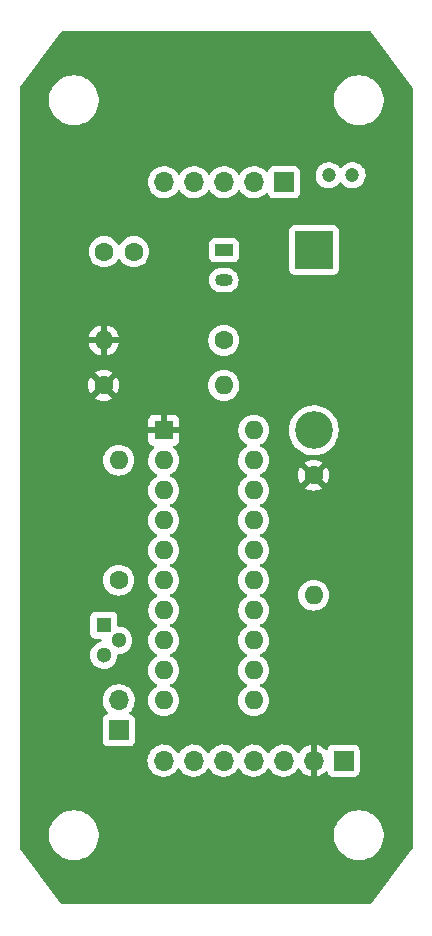
<source format=gbr>
%TF.GenerationSoftware,KiCad,Pcbnew,(6.0.9)*%
%TF.CreationDate,2024-07-08T19:13:13-04:00*%
%TF.ProjectId,PantryLED,50616e74-7279-44c4-9544-2e6b69636164,rev?*%
%TF.SameCoordinates,Original*%
%TF.FileFunction,Copper,L2,Bot*%
%TF.FilePolarity,Positive*%
%FSLAX46Y46*%
G04 Gerber Fmt 4.6, Leading zero omitted, Abs format (unit mm)*
G04 Created by KiCad (PCBNEW (6.0.9)) date 2024-07-08 19:13:13*
%MOMM*%
%LPD*%
G01*
G04 APERTURE LIST*
%TA.AperFunction,ComponentPad*%
%ADD10R,1.700000X1.700000*%
%TD*%
%TA.AperFunction,ComponentPad*%
%ADD11O,1.700000X1.700000*%
%TD*%
%TA.AperFunction,ComponentPad*%
%ADD12R,3.200000X3.200000*%
%TD*%
%TA.AperFunction,ComponentPad*%
%ADD13O,3.200000X3.200000*%
%TD*%
%TA.AperFunction,ComponentPad*%
%ADD14C,1.600000*%
%TD*%
%TA.AperFunction,ComponentPad*%
%ADD15O,1.600000X1.600000*%
%TD*%
%TA.AperFunction,ComponentPad*%
%ADD16R,1.300000X1.300000*%
%TD*%
%TA.AperFunction,ComponentPad*%
%ADD17C,1.300000*%
%TD*%
%TA.AperFunction,ComponentPad*%
%ADD18R,1.500000X1.050000*%
%TD*%
%TA.AperFunction,ComponentPad*%
%ADD19O,1.500000X1.050000*%
%TD*%
%TA.AperFunction,ComponentPad*%
%ADD20C,1.200000*%
%TD*%
%TA.AperFunction,ComponentPad*%
%ADD21R,1.600000X1.600000*%
%TD*%
G04 APERTURE END LIST*
D10*
%TO.P,J1,1,Pin_1*%
%TO.N,GND*%
X152380000Y-106705000D03*
D11*
%TO.P,J1,2,Pin_2*%
%TO.N,+3.3V*%
X149840000Y-106705000D03*
%TO.P,J1,3,Pin_3*%
%TO.N,SBWTDIO*%
X147300000Y-106705000D03*
%TO.P,J1,4,Pin_4*%
%TO.N,SBWTCK*%
X144760000Y-106705000D03*
%TO.P,J1,5,Pin_5*%
%TO.N,Net-(U3-Pad3)*%
X142220000Y-106705000D03*
%TO.P,J1,6,Pin_6*%
%TO.N,GND*%
X139680000Y-106705000D03*
%TO.P,J1,7,Pin_7*%
%TO.N,+12V*%
X137140000Y-106705000D03*
%TD*%
D12*
%TO.P,D1,1,K*%
%TO.N,Net-(D1-Pad1)*%
X149860000Y-63500000D03*
D13*
%TO.P,D1,2,A*%
%TO.N,GND*%
X149860000Y-78740000D03*
%TD*%
D10*
%TO.P,D2,1,K*%
%TO.N,+12V*%
X133340000Y-104135000D03*
D11*
%TO.P,D2,2,A*%
%TO.N,Net-(D2-Pad2)*%
X133340000Y-101595000D03*
%TD*%
D10*
%TO.P,U1,1,VIN*%
%TO.N,+12V*%
X147340000Y-57740000D03*
D11*
%TO.P,U1,2,OUT*%
%TO.N,Net-(D1-Pad1)*%
X144800000Y-57740000D03*
%TO.P,U1,3,GND*%
%TO.N,GND*%
X142260000Y-57740000D03*
%TO.P,U1,4,FB*%
%TO.N,+5V*%
X139720000Y-57740000D03*
%TO.P,U1,5,~{ON}/OFF*%
%TO.N,GND*%
X137180000Y-57740000D03*
%TD*%
D14*
%TO.P,R2,1*%
%TO.N,+3.3V*%
X149850000Y-82545000D03*
D15*
%TO.P,R2,2*%
%TO.N,SBWTDIO*%
X149850000Y-92705000D03*
%TD*%
D14*
%TO.P,R1,1*%
%TO.N,Net-(R1-Pad1)*%
X133340000Y-91435000D03*
D15*
%TO.P,R1,2*%
%TO.N,GND*%
X133340000Y-81275000D03*
%TD*%
D16*
%TO.P,U2,1,S*%
%TO.N,GND*%
X132070000Y-95245000D03*
D17*
%TO.P,U2,2,G*%
%TO.N,Net-(R1-Pad1)*%
X133340000Y-96515000D03*
%TO.P,U2,3,D*%
%TO.N,Net-(D2-Pad2)*%
X132070000Y-97785000D03*
%TD*%
D14*
%TO.P,C2,1*%
%TO.N,+5V*%
X134620000Y-63620000D03*
%TO.P,C2,2*%
%TO.N,GND*%
X132120000Y-63620000D03*
%TD*%
D18*
%TO.P,L1,1,1*%
%TO.N,Net-(D1-Pad1)*%
X142240000Y-63500000D03*
D19*
%TO.P,L1,2,2*%
%TO.N,+5V*%
X142240000Y-66040000D03*
%TD*%
D20*
%TO.P,C1,1*%
%TO.N,+12V*%
X151130000Y-57150000D03*
%TO.P,C1,2*%
%TO.N,GND*%
X153130000Y-57150000D03*
%TD*%
D14*
%TO.P,R3,1*%
%TO.N,+5V*%
X142240000Y-71120000D03*
D15*
%TO.P,R3,2*%
%TO.N,+3.3V*%
X132080000Y-71120000D03*
%TD*%
D14*
%TO.P,R4,1*%
%TO.N,+3.3V*%
X132080000Y-74930000D03*
D15*
%TO.P,R4,2*%
%TO.N,GND*%
X142240000Y-74930000D03*
%TD*%
D21*
%TO.P,U3,1,DVCC*%
%TO.N,+3.3V*%
X137160000Y-78740000D03*
D15*
%TO.P,U3,2,TA0CLK/ACLK/P1.0*%
%TO.N,unconnected-(U3-Pad2)*%
X137160000Y-81280000D03*
%TO.P,U3,3,TA0.0/P1.1*%
%TO.N,Net-(U3-Pad3)*%
X137160000Y-83820000D03*
%TO.P,U3,4,TA0.1/P1.2*%
%TO.N,unconnected-(U3-Pad4)*%
X137160000Y-86360000D03*
%TO.P,U3,5,P1.3*%
%TO.N,unconnected-(U3-Pad5)*%
X137160000Y-88900000D03*
%TO.P,U3,6,SMCLK/TCK/TA0.2/P1.4*%
%TO.N,unconnected-(U3-Pad6)*%
X137160000Y-91440000D03*
%TO.P,U3,7,TMS/TA0.0/P1.5*%
%TO.N,unconnected-(U3-Pad7)*%
X137160000Y-93980000D03*
%TO.P,U3,8,P2.0*%
%TO.N,unconnected-(U3-Pad8)*%
X137160000Y-96520000D03*
%TO.P,U3,9,P2.1*%
%TO.N,unconnected-(U3-Pad9)*%
X137160000Y-99060000D03*
%TO.P,U3,10,P2.2*%
%TO.N,Net-(R1-Pad1)*%
X137160000Y-101600000D03*
%TO.P,U3,11,P2.3*%
%TO.N,unconnected-(U3-Pad11)*%
X144780000Y-101600000D03*
%TO.P,U3,12,P2.4*%
%TO.N,unconnected-(U3-Pad12)*%
X144780000Y-99060000D03*
%TO.P,U3,13,P2.5*%
%TO.N,unconnected-(U3-Pad13)*%
X144780000Y-96520000D03*
%TO.P,U3,14,SDO/SCL/TDI/TCLK/TA0.1/P1.6*%
%TO.N,unconnected-(U3-Pad14)*%
X144780000Y-93980000D03*
%TO.P,U3,15,SDI/SDA/TDO/TDI/P1.7*%
%TO.N,unconnected-(U3-Pad15)*%
X144780000Y-91440000D03*
%TO.P,U3,16,~{RST}/NMI/SBWTDIO*%
%TO.N,SBWTDIO*%
X144780000Y-88900000D03*
%TO.P,U3,17,SBWTCK/TEST*%
%TO.N,SBWTCK*%
X144780000Y-86360000D03*
%TO.P,U3,18,P2.7/XOUT*%
%TO.N,unconnected-(U3-Pad18)*%
X144780000Y-83820000D03*
%TO.P,U3,19,P2.6/XIN/TA0.1*%
%TO.N,unconnected-(U3-Pad19)*%
X144780000Y-81280000D03*
%TO.P,U3,20,DVSS*%
%TO.N,GND*%
X144780000Y-78740000D03*
%TD*%
%TA.AperFunction,Conductor*%
%TO.N,+3.3V*%
G36*
X154690871Y-44978502D02*
G01*
X154723550Y-45008900D01*
X158216300Y-49665899D01*
X158241171Y-49732397D01*
X158241500Y-49741499D01*
X158241500Y-114088500D01*
X158221498Y-114156621D01*
X158216300Y-114164100D01*
X154723550Y-118821100D01*
X154666676Y-118863595D01*
X154622750Y-118871500D01*
X128587250Y-118871500D01*
X128519129Y-118851498D01*
X128486450Y-118821100D01*
X124993700Y-114164101D01*
X124968829Y-114097603D01*
X124968500Y-114088501D01*
X124968500Y-113162703D01*
X127430743Y-113162703D01*
X127468268Y-113447734D01*
X127544129Y-113725036D01*
X127656923Y-113989476D01*
X127804561Y-114236161D01*
X127984313Y-114460528D01*
X128001397Y-114476740D01*
X128154224Y-114621767D01*
X128192851Y-114658423D01*
X128426317Y-114826186D01*
X128430112Y-114828195D01*
X128430113Y-114828196D01*
X128451869Y-114839715D01*
X128680392Y-114960712D01*
X128950373Y-115059511D01*
X129231264Y-115120755D01*
X129259841Y-115123004D01*
X129454282Y-115138307D01*
X129454291Y-115138307D01*
X129456739Y-115138500D01*
X129612271Y-115138500D01*
X129614407Y-115138354D01*
X129614418Y-115138354D01*
X129822548Y-115124165D01*
X129822554Y-115124164D01*
X129826825Y-115123873D01*
X129831020Y-115123004D01*
X129831022Y-115123004D01*
X129967584Y-115094723D01*
X130108342Y-115065574D01*
X130379343Y-114969607D01*
X130634812Y-114837750D01*
X130638313Y-114835289D01*
X130638317Y-114835287D01*
X130752418Y-114755095D01*
X130870023Y-114672441D01*
X131080622Y-114476740D01*
X131262713Y-114254268D01*
X131412927Y-114009142D01*
X131528483Y-113745898D01*
X131607244Y-113469406D01*
X131647751Y-113184784D01*
X131647845Y-113166951D01*
X131647867Y-113162703D01*
X151560743Y-113162703D01*
X151598268Y-113447734D01*
X151674129Y-113725036D01*
X151786923Y-113989476D01*
X151934561Y-114236161D01*
X152114313Y-114460528D01*
X152131397Y-114476740D01*
X152284224Y-114621767D01*
X152322851Y-114658423D01*
X152556317Y-114826186D01*
X152560112Y-114828195D01*
X152560113Y-114828196D01*
X152581869Y-114839715D01*
X152810392Y-114960712D01*
X153080373Y-115059511D01*
X153361264Y-115120755D01*
X153389841Y-115123004D01*
X153584282Y-115138307D01*
X153584291Y-115138307D01*
X153586739Y-115138500D01*
X153742271Y-115138500D01*
X153744407Y-115138354D01*
X153744418Y-115138354D01*
X153952548Y-115124165D01*
X153952554Y-115124164D01*
X153956825Y-115123873D01*
X153961020Y-115123004D01*
X153961022Y-115123004D01*
X154097584Y-115094723D01*
X154238342Y-115065574D01*
X154509343Y-114969607D01*
X154764812Y-114837750D01*
X154768313Y-114835289D01*
X154768317Y-114835287D01*
X154882418Y-114755095D01*
X155000023Y-114672441D01*
X155210622Y-114476740D01*
X155392713Y-114254268D01*
X155542927Y-114009142D01*
X155658483Y-113745898D01*
X155737244Y-113469406D01*
X155777751Y-113184784D01*
X155777845Y-113166951D01*
X155779235Y-112901583D01*
X155779235Y-112901576D01*
X155779257Y-112897297D01*
X155741732Y-112612266D01*
X155665871Y-112334964D01*
X155553077Y-112070524D01*
X155405439Y-111823839D01*
X155225687Y-111599472D01*
X155017149Y-111401577D01*
X154783683Y-111233814D01*
X154761843Y-111222250D01*
X154738654Y-111209972D01*
X154529608Y-111099288D01*
X154259627Y-111000489D01*
X153978736Y-110939245D01*
X153947685Y-110936801D01*
X153755718Y-110921693D01*
X153755709Y-110921693D01*
X153753261Y-110921500D01*
X153597729Y-110921500D01*
X153595593Y-110921646D01*
X153595582Y-110921646D01*
X153387452Y-110935835D01*
X153387446Y-110935836D01*
X153383175Y-110936127D01*
X153378980Y-110936996D01*
X153378978Y-110936996D01*
X153242417Y-110965276D01*
X153101658Y-110994426D01*
X152830657Y-111090393D01*
X152575188Y-111222250D01*
X152571687Y-111224711D01*
X152571683Y-111224713D01*
X152561594Y-111231804D01*
X152339977Y-111387559D01*
X152129378Y-111583260D01*
X151947287Y-111805732D01*
X151797073Y-112050858D01*
X151681517Y-112314102D01*
X151602756Y-112590594D01*
X151562249Y-112875216D01*
X151562227Y-112879505D01*
X151562226Y-112879512D01*
X151560765Y-113158417D01*
X151560743Y-113162703D01*
X131647867Y-113162703D01*
X131649235Y-112901583D01*
X131649235Y-112901576D01*
X131649257Y-112897297D01*
X131611732Y-112612266D01*
X131535871Y-112334964D01*
X131423077Y-112070524D01*
X131275439Y-111823839D01*
X131095687Y-111599472D01*
X130887149Y-111401577D01*
X130653683Y-111233814D01*
X130631843Y-111222250D01*
X130608654Y-111209972D01*
X130399608Y-111099288D01*
X130129627Y-111000489D01*
X129848736Y-110939245D01*
X129817685Y-110936801D01*
X129625718Y-110921693D01*
X129625709Y-110921693D01*
X129623261Y-110921500D01*
X129467729Y-110921500D01*
X129465593Y-110921646D01*
X129465582Y-110921646D01*
X129257452Y-110935835D01*
X129257446Y-110935836D01*
X129253175Y-110936127D01*
X129248980Y-110936996D01*
X129248978Y-110936996D01*
X129112417Y-110965276D01*
X128971658Y-110994426D01*
X128700657Y-111090393D01*
X128445188Y-111222250D01*
X128441687Y-111224711D01*
X128441683Y-111224713D01*
X128431594Y-111231804D01*
X128209977Y-111387559D01*
X127999378Y-111583260D01*
X127817287Y-111805732D01*
X127667073Y-112050858D01*
X127551517Y-112314102D01*
X127472756Y-112590594D01*
X127432249Y-112875216D01*
X127432227Y-112879505D01*
X127432226Y-112879512D01*
X127430765Y-113158417D01*
X127430743Y-113162703D01*
X124968500Y-113162703D01*
X124968500Y-106671695D01*
X135777251Y-106671695D01*
X135790110Y-106894715D01*
X135791247Y-106899761D01*
X135791248Y-106899767D01*
X135812275Y-106993069D01*
X135839222Y-107112639D01*
X135923266Y-107319616D01*
X135974942Y-107403944D01*
X136037291Y-107505688D01*
X136039987Y-107510088D01*
X136186250Y-107678938D01*
X136358126Y-107821632D01*
X136551000Y-107934338D01*
X136759692Y-108014030D01*
X136764760Y-108015061D01*
X136764763Y-108015062D01*
X136859862Y-108034410D01*
X136978597Y-108058567D01*
X136983772Y-108058757D01*
X136983774Y-108058757D01*
X137196673Y-108066564D01*
X137196677Y-108066564D01*
X137201837Y-108066753D01*
X137206957Y-108066097D01*
X137206959Y-108066097D01*
X137418288Y-108039025D01*
X137418289Y-108039025D01*
X137423416Y-108038368D01*
X137428366Y-108036883D01*
X137632429Y-107975661D01*
X137632434Y-107975659D01*
X137637384Y-107974174D01*
X137837994Y-107875896D01*
X138019860Y-107746173D01*
X138178096Y-107588489D01*
X138237594Y-107505689D01*
X138308453Y-107407077D01*
X138309776Y-107408028D01*
X138356645Y-107364857D01*
X138426580Y-107352625D01*
X138492026Y-107380144D01*
X138519875Y-107411994D01*
X138579987Y-107510088D01*
X138726250Y-107678938D01*
X138898126Y-107821632D01*
X139091000Y-107934338D01*
X139299692Y-108014030D01*
X139304760Y-108015061D01*
X139304763Y-108015062D01*
X139399862Y-108034410D01*
X139518597Y-108058567D01*
X139523772Y-108058757D01*
X139523774Y-108058757D01*
X139736673Y-108066564D01*
X139736677Y-108066564D01*
X139741837Y-108066753D01*
X139746957Y-108066097D01*
X139746959Y-108066097D01*
X139958288Y-108039025D01*
X139958289Y-108039025D01*
X139963416Y-108038368D01*
X139968366Y-108036883D01*
X140172429Y-107975661D01*
X140172434Y-107975659D01*
X140177384Y-107974174D01*
X140377994Y-107875896D01*
X140559860Y-107746173D01*
X140718096Y-107588489D01*
X140777594Y-107505689D01*
X140848453Y-107407077D01*
X140849776Y-107408028D01*
X140896645Y-107364857D01*
X140966580Y-107352625D01*
X141032026Y-107380144D01*
X141059875Y-107411994D01*
X141119987Y-107510088D01*
X141266250Y-107678938D01*
X141438126Y-107821632D01*
X141631000Y-107934338D01*
X141839692Y-108014030D01*
X141844760Y-108015061D01*
X141844763Y-108015062D01*
X141939862Y-108034410D01*
X142058597Y-108058567D01*
X142063772Y-108058757D01*
X142063774Y-108058757D01*
X142276673Y-108066564D01*
X142276677Y-108066564D01*
X142281837Y-108066753D01*
X142286957Y-108066097D01*
X142286959Y-108066097D01*
X142498288Y-108039025D01*
X142498289Y-108039025D01*
X142503416Y-108038368D01*
X142508366Y-108036883D01*
X142712429Y-107975661D01*
X142712434Y-107975659D01*
X142717384Y-107974174D01*
X142917994Y-107875896D01*
X143099860Y-107746173D01*
X143258096Y-107588489D01*
X143317594Y-107505689D01*
X143388453Y-107407077D01*
X143389776Y-107408028D01*
X143436645Y-107364857D01*
X143506580Y-107352625D01*
X143572026Y-107380144D01*
X143599875Y-107411994D01*
X143659987Y-107510088D01*
X143806250Y-107678938D01*
X143978126Y-107821632D01*
X144171000Y-107934338D01*
X144379692Y-108014030D01*
X144384760Y-108015061D01*
X144384763Y-108015062D01*
X144479862Y-108034410D01*
X144598597Y-108058567D01*
X144603772Y-108058757D01*
X144603774Y-108058757D01*
X144816673Y-108066564D01*
X144816677Y-108066564D01*
X144821837Y-108066753D01*
X144826957Y-108066097D01*
X144826959Y-108066097D01*
X145038288Y-108039025D01*
X145038289Y-108039025D01*
X145043416Y-108038368D01*
X145048366Y-108036883D01*
X145252429Y-107975661D01*
X145252434Y-107975659D01*
X145257384Y-107974174D01*
X145457994Y-107875896D01*
X145639860Y-107746173D01*
X145798096Y-107588489D01*
X145857594Y-107505689D01*
X145928453Y-107407077D01*
X145929776Y-107408028D01*
X145976645Y-107364857D01*
X146046580Y-107352625D01*
X146112026Y-107380144D01*
X146139875Y-107411994D01*
X146199987Y-107510088D01*
X146346250Y-107678938D01*
X146518126Y-107821632D01*
X146711000Y-107934338D01*
X146919692Y-108014030D01*
X146924760Y-108015061D01*
X146924763Y-108015062D01*
X147019862Y-108034410D01*
X147138597Y-108058567D01*
X147143772Y-108058757D01*
X147143774Y-108058757D01*
X147356673Y-108066564D01*
X147356677Y-108066564D01*
X147361837Y-108066753D01*
X147366957Y-108066097D01*
X147366959Y-108066097D01*
X147578288Y-108039025D01*
X147578289Y-108039025D01*
X147583416Y-108038368D01*
X147588366Y-108036883D01*
X147792429Y-107975661D01*
X147792434Y-107975659D01*
X147797384Y-107974174D01*
X147997994Y-107875896D01*
X148179860Y-107746173D01*
X148338096Y-107588489D01*
X148397594Y-107505689D01*
X148468453Y-107407077D01*
X148469640Y-107407930D01*
X148516960Y-107364362D01*
X148586897Y-107352145D01*
X148652338Y-107379678D01*
X148680166Y-107411511D01*
X148737694Y-107505388D01*
X148743777Y-107513699D01*
X148883213Y-107674667D01*
X148890580Y-107681883D01*
X149054434Y-107817916D01*
X149062881Y-107823831D01*
X149246756Y-107931279D01*
X149256042Y-107935729D01*
X149455001Y-108011703D01*
X149464899Y-108014579D01*
X149568250Y-108035606D01*
X149582299Y-108034410D01*
X149586000Y-108024065D01*
X149586000Y-108023517D01*
X150094000Y-108023517D01*
X150098064Y-108037359D01*
X150111478Y-108039393D01*
X150118184Y-108038534D01*
X150128262Y-108036392D01*
X150332255Y-107975191D01*
X150341842Y-107971433D01*
X150533095Y-107877739D01*
X150541945Y-107872464D01*
X150715328Y-107748792D01*
X150723193Y-107742145D01*
X150827897Y-107637805D01*
X150890268Y-107603889D01*
X150961075Y-107609077D01*
X151017837Y-107651723D01*
X151034819Y-107682826D01*
X151079385Y-107801705D01*
X151166739Y-107918261D01*
X151283295Y-108005615D01*
X151419684Y-108056745D01*
X151481866Y-108063500D01*
X153278134Y-108063500D01*
X153340316Y-108056745D01*
X153476705Y-108005615D01*
X153593261Y-107918261D01*
X153680615Y-107801705D01*
X153731745Y-107665316D01*
X153738500Y-107603134D01*
X153738500Y-105806866D01*
X153731745Y-105744684D01*
X153680615Y-105608295D01*
X153593261Y-105491739D01*
X153476705Y-105404385D01*
X153340316Y-105353255D01*
X153278134Y-105346500D01*
X151481866Y-105346500D01*
X151419684Y-105353255D01*
X151283295Y-105404385D01*
X151166739Y-105491739D01*
X151079385Y-105608295D01*
X151076233Y-105616703D01*
X151076232Y-105616705D01*
X151034722Y-105727433D01*
X150992081Y-105784198D01*
X150925519Y-105808898D01*
X150856170Y-105793691D01*
X150823546Y-105768004D01*
X150772799Y-105712234D01*
X150765273Y-105705215D01*
X150598139Y-105573222D01*
X150589552Y-105567517D01*
X150403117Y-105464599D01*
X150393705Y-105460369D01*
X150192959Y-105389280D01*
X150182988Y-105386646D01*
X150111837Y-105373972D01*
X150098540Y-105375432D01*
X150094000Y-105389989D01*
X150094000Y-108023517D01*
X149586000Y-108023517D01*
X149586000Y-105388102D01*
X149582082Y-105374758D01*
X149567806Y-105372771D01*
X149529324Y-105378660D01*
X149519288Y-105381051D01*
X149316868Y-105447212D01*
X149307359Y-105451209D01*
X149118463Y-105549542D01*
X149109738Y-105555036D01*
X148939433Y-105682905D01*
X148931726Y-105689748D01*
X148784590Y-105843717D01*
X148778109Y-105851722D01*
X148673498Y-106005074D01*
X148618587Y-106050076D01*
X148548062Y-106058247D01*
X148484315Y-106026993D01*
X148463618Y-106002509D01*
X148382822Y-105877617D01*
X148382820Y-105877614D01*
X148380014Y-105873277D01*
X148229670Y-105708051D01*
X148225619Y-105704852D01*
X148225615Y-105704848D01*
X148058414Y-105572800D01*
X148058410Y-105572798D01*
X148054359Y-105569598D01*
X148018028Y-105549542D01*
X148002136Y-105540769D01*
X147858789Y-105461638D01*
X147853920Y-105459914D01*
X147853916Y-105459912D01*
X147653087Y-105388795D01*
X147653083Y-105388794D01*
X147648212Y-105387069D01*
X147643119Y-105386162D01*
X147643116Y-105386161D01*
X147433373Y-105348800D01*
X147433367Y-105348799D01*
X147428284Y-105347894D01*
X147354452Y-105346992D01*
X147210081Y-105345228D01*
X147210079Y-105345228D01*
X147204911Y-105345165D01*
X146984091Y-105378955D01*
X146771756Y-105448357D01*
X146573607Y-105551507D01*
X146569474Y-105554610D01*
X146569471Y-105554612D01*
X146486771Y-105616705D01*
X146394965Y-105685635D01*
X146240629Y-105847138D01*
X146133201Y-106004621D01*
X146078293Y-106049621D01*
X146007768Y-106057792D01*
X145944021Y-106026538D01*
X145923324Y-106002054D01*
X145842822Y-105877617D01*
X145842820Y-105877614D01*
X145840014Y-105873277D01*
X145689670Y-105708051D01*
X145685619Y-105704852D01*
X145685615Y-105704848D01*
X145518414Y-105572800D01*
X145518410Y-105572798D01*
X145514359Y-105569598D01*
X145478028Y-105549542D01*
X145462136Y-105540769D01*
X145318789Y-105461638D01*
X145313920Y-105459914D01*
X145313916Y-105459912D01*
X145113087Y-105388795D01*
X145113083Y-105388794D01*
X145108212Y-105387069D01*
X145103119Y-105386162D01*
X145103116Y-105386161D01*
X144893373Y-105348800D01*
X144893367Y-105348799D01*
X144888284Y-105347894D01*
X144814452Y-105346992D01*
X144670081Y-105345228D01*
X144670079Y-105345228D01*
X144664911Y-105345165D01*
X144444091Y-105378955D01*
X144231756Y-105448357D01*
X144033607Y-105551507D01*
X144029474Y-105554610D01*
X144029471Y-105554612D01*
X143946771Y-105616705D01*
X143854965Y-105685635D01*
X143700629Y-105847138D01*
X143593201Y-106004621D01*
X143538293Y-106049621D01*
X143467768Y-106057792D01*
X143404021Y-106026538D01*
X143383324Y-106002054D01*
X143302822Y-105877617D01*
X143302820Y-105877614D01*
X143300014Y-105873277D01*
X143149670Y-105708051D01*
X143145619Y-105704852D01*
X143145615Y-105704848D01*
X142978414Y-105572800D01*
X142978410Y-105572798D01*
X142974359Y-105569598D01*
X142938028Y-105549542D01*
X142922136Y-105540769D01*
X142778789Y-105461638D01*
X142773920Y-105459914D01*
X142773916Y-105459912D01*
X142573087Y-105388795D01*
X142573083Y-105388794D01*
X142568212Y-105387069D01*
X142563119Y-105386162D01*
X142563116Y-105386161D01*
X142353373Y-105348800D01*
X142353367Y-105348799D01*
X142348284Y-105347894D01*
X142274452Y-105346992D01*
X142130081Y-105345228D01*
X142130079Y-105345228D01*
X142124911Y-105345165D01*
X141904091Y-105378955D01*
X141691756Y-105448357D01*
X141493607Y-105551507D01*
X141489474Y-105554610D01*
X141489471Y-105554612D01*
X141406771Y-105616705D01*
X141314965Y-105685635D01*
X141160629Y-105847138D01*
X141053201Y-106004621D01*
X140998293Y-106049621D01*
X140927768Y-106057792D01*
X140864021Y-106026538D01*
X140843324Y-106002054D01*
X140762822Y-105877617D01*
X140762820Y-105877614D01*
X140760014Y-105873277D01*
X140609670Y-105708051D01*
X140605619Y-105704852D01*
X140605615Y-105704848D01*
X140438414Y-105572800D01*
X140438410Y-105572798D01*
X140434359Y-105569598D01*
X140398028Y-105549542D01*
X140382136Y-105540769D01*
X140238789Y-105461638D01*
X140233920Y-105459914D01*
X140233916Y-105459912D01*
X140033087Y-105388795D01*
X140033083Y-105388794D01*
X140028212Y-105387069D01*
X140023119Y-105386162D01*
X140023116Y-105386161D01*
X139813373Y-105348800D01*
X139813367Y-105348799D01*
X139808284Y-105347894D01*
X139734452Y-105346992D01*
X139590081Y-105345228D01*
X139590079Y-105345228D01*
X139584911Y-105345165D01*
X139364091Y-105378955D01*
X139151756Y-105448357D01*
X138953607Y-105551507D01*
X138949474Y-105554610D01*
X138949471Y-105554612D01*
X138866771Y-105616705D01*
X138774965Y-105685635D01*
X138620629Y-105847138D01*
X138513201Y-106004621D01*
X138458293Y-106049621D01*
X138387768Y-106057792D01*
X138324021Y-106026538D01*
X138303324Y-106002054D01*
X138222822Y-105877617D01*
X138222820Y-105877614D01*
X138220014Y-105873277D01*
X138069670Y-105708051D01*
X138065619Y-105704852D01*
X138065615Y-105704848D01*
X137898414Y-105572800D01*
X137898410Y-105572798D01*
X137894359Y-105569598D01*
X137858028Y-105549542D01*
X137842136Y-105540769D01*
X137698789Y-105461638D01*
X137693920Y-105459914D01*
X137693916Y-105459912D01*
X137493087Y-105388795D01*
X137493083Y-105388794D01*
X137488212Y-105387069D01*
X137483119Y-105386162D01*
X137483116Y-105386161D01*
X137273373Y-105348800D01*
X137273367Y-105348799D01*
X137268284Y-105347894D01*
X137194452Y-105346992D01*
X137050081Y-105345228D01*
X137050079Y-105345228D01*
X137044911Y-105345165D01*
X136824091Y-105378955D01*
X136611756Y-105448357D01*
X136413607Y-105551507D01*
X136409474Y-105554610D01*
X136409471Y-105554612D01*
X136326771Y-105616705D01*
X136234965Y-105685635D01*
X136080629Y-105847138D01*
X135954743Y-106031680D01*
X135860688Y-106234305D01*
X135800989Y-106449570D01*
X135777251Y-106671695D01*
X124968500Y-106671695D01*
X124968500Y-101561695D01*
X131977251Y-101561695D01*
X131977548Y-101566848D01*
X131977548Y-101566851D01*
X131983011Y-101661590D01*
X131990110Y-101784715D01*
X131991247Y-101789761D01*
X131991248Y-101789767D01*
X131998649Y-101822607D01*
X132039222Y-102002639D01*
X132123266Y-102209616D01*
X132239987Y-102400088D01*
X132386250Y-102568938D01*
X132390230Y-102572242D01*
X132394981Y-102576187D01*
X132434616Y-102635090D01*
X132436113Y-102706071D01*
X132398997Y-102766593D01*
X132358724Y-102791112D01*
X132243295Y-102834385D01*
X132126739Y-102921739D01*
X132039385Y-103038295D01*
X131988255Y-103174684D01*
X131981500Y-103236866D01*
X131981500Y-105033134D01*
X131988255Y-105095316D01*
X132039385Y-105231705D01*
X132126739Y-105348261D01*
X132243295Y-105435615D01*
X132379684Y-105486745D01*
X132441866Y-105493500D01*
X134238134Y-105493500D01*
X134300316Y-105486745D01*
X134436705Y-105435615D01*
X134553261Y-105348261D01*
X134640615Y-105231705D01*
X134691745Y-105095316D01*
X134698500Y-105033134D01*
X134698500Y-103236866D01*
X134691745Y-103174684D01*
X134640615Y-103038295D01*
X134553261Y-102921739D01*
X134436705Y-102834385D01*
X134424132Y-102829672D01*
X134318203Y-102789960D01*
X134261439Y-102747318D01*
X134236739Y-102680756D01*
X134251947Y-102611408D01*
X134273493Y-102582727D01*
X134374435Y-102482137D01*
X134378096Y-102478489D01*
X134437594Y-102395689D01*
X134505435Y-102301277D01*
X134508453Y-102297077D01*
X134526157Y-102261257D01*
X134605136Y-102101453D01*
X134605137Y-102101451D01*
X134607430Y-102096811D01*
X134672370Y-101883069D01*
X134701529Y-101661590D01*
X134703034Y-101600000D01*
X135846502Y-101600000D01*
X135866457Y-101828087D01*
X135925716Y-102049243D01*
X135928039Y-102054224D01*
X135928039Y-102054225D01*
X136020151Y-102251762D01*
X136020154Y-102251767D01*
X136022477Y-102256749D01*
X136025634Y-102261257D01*
X136125577Y-102403990D01*
X136153802Y-102444300D01*
X136315700Y-102606198D01*
X136320208Y-102609355D01*
X136320211Y-102609357D01*
X136398389Y-102664098D01*
X136503251Y-102737523D01*
X136508233Y-102739846D01*
X136508238Y-102739849D01*
X136704214Y-102831233D01*
X136710757Y-102834284D01*
X136716065Y-102835706D01*
X136716067Y-102835707D01*
X136926598Y-102892119D01*
X136926600Y-102892119D01*
X136931913Y-102893543D01*
X137160000Y-102913498D01*
X137388087Y-102893543D01*
X137393400Y-102892119D01*
X137393402Y-102892119D01*
X137603933Y-102835707D01*
X137603935Y-102835706D01*
X137609243Y-102834284D01*
X137615786Y-102831233D01*
X137811762Y-102739849D01*
X137811767Y-102739846D01*
X137816749Y-102737523D01*
X137921611Y-102664098D01*
X137999789Y-102609357D01*
X137999792Y-102609355D01*
X138004300Y-102606198D01*
X138166198Y-102444300D01*
X138194424Y-102403990D01*
X138294366Y-102261257D01*
X138297523Y-102256749D01*
X138299846Y-102251767D01*
X138299849Y-102251762D01*
X138391961Y-102054225D01*
X138391961Y-102054224D01*
X138394284Y-102049243D01*
X138453543Y-101828087D01*
X138473498Y-101600000D01*
X143466502Y-101600000D01*
X143486457Y-101828087D01*
X143545716Y-102049243D01*
X143548039Y-102054224D01*
X143548039Y-102054225D01*
X143640151Y-102251762D01*
X143640154Y-102251767D01*
X143642477Y-102256749D01*
X143645634Y-102261257D01*
X143745577Y-102403990D01*
X143773802Y-102444300D01*
X143935700Y-102606198D01*
X143940208Y-102609355D01*
X143940211Y-102609357D01*
X144018389Y-102664098D01*
X144123251Y-102737523D01*
X144128233Y-102739846D01*
X144128238Y-102739849D01*
X144324214Y-102831233D01*
X144330757Y-102834284D01*
X144336065Y-102835706D01*
X144336067Y-102835707D01*
X144546598Y-102892119D01*
X144546600Y-102892119D01*
X144551913Y-102893543D01*
X144780000Y-102913498D01*
X145008087Y-102893543D01*
X145013400Y-102892119D01*
X145013402Y-102892119D01*
X145223933Y-102835707D01*
X145223935Y-102835706D01*
X145229243Y-102834284D01*
X145235786Y-102831233D01*
X145431762Y-102739849D01*
X145431767Y-102739846D01*
X145436749Y-102737523D01*
X145541611Y-102664098D01*
X145619789Y-102609357D01*
X145619792Y-102609355D01*
X145624300Y-102606198D01*
X145786198Y-102444300D01*
X145814424Y-102403990D01*
X145914366Y-102261257D01*
X145917523Y-102256749D01*
X145919846Y-102251767D01*
X145919849Y-102251762D01*
X146011961Y-102054225D01*
X146011961Y-102054224D01*
X146014284Y-102049243D01*
X146073543Y-101828087D01*
X146093498Y-101600000D01*
X146073543Y-101371913D01*
X146014284Y-101150757D01*
X145921062Y-100950840D01*
X145919849Y-100948238D01*
X145919846Y-100948233D01*
X145917523Y-100943251D01*
X145844098Y-100838389D01*
X145789357Y-100760211D01*
X145789355Y-100760208D01*
X145786198Y-100755700D01*
X145624300Y-100593802D01*
X145619792Y-100590645D01*
X145619789Y-100590643D01*
X145541611Y-100535902D01*
X145436749Y-100462477D01*
X145431767Y-100460154D01*
X145431762Y-100460151D01*
X145397543Y-100444195D01*
X145344258Y-100397278D01*
X145324797Y-100329001D01*
X145345339Y-100261041D01*
X145397543Y-100215805D01*
X145431762Y-100199849D01*
X145431767Y-100199846D01*
X145436749Y-100197523D01*
X145541611Y-100124098D01*
X145619789Y-100069357D01*
X145619792Y-100069355D01*
X145624300Y-100066198D01*
X145786198Y-99904300D01*
X145917523Y-99716749D01*
X145919846Y-99711767D01*
X145919849Y-99711762D01*
X146011961Y-99514225D01*
X146011961Y-99514224D01*
X146014284Y-99509243D01*
X146073543Y-99288087D01*
X146093498Y-99060000D01*
X146073543Y-98831913D01*
X146014284Y-98610757D01*
X146010786Y-98603255D01*
X145919849Y-98408238D01*
X145919846Y-98408233D01*
X145917523Y-98403251D01*
X145786198Y-98215700D01*
X145624300Y-98053802D01*
X145619792Y-98050645D01*
X145619789Y-98050643D01*
X145500343Y-97967006D01*
X145436749Y-97922477D01*
X145431767Y-97920154D01*
X145431762Y-97920151D01*
X145397543Y-97904195D01*
X145344258Y-97857278D01*
X145324797Y-97789001D01*
X145345339Y-97721041D01*
X145397543Y-97675805D01*
X145431762Y-97659849D01*
X145431767Y-97659846D01*
X145436749Y-97657523D01*
X145600159Y-97543102D01*
X145619789Y-97529357D01*
X145619792Y-97529355D01*
X145624300Y-97526198D01*
X145786198Y-97364300D01*
X145804829Y-97337693D01*
X145914366Y-97181257D01*
X145917523Y-97176749D01*
X145919846Y-97171767D01*
X145919849Y-97171762D01*
X146011961Y-96974225D01*
X146011961Y-96974224D01*
X146014284Y-96969243D01*
X146048705Y-96840785D01*
X146072119Y-96753402D01*
X146072119Y-96753400D01*
X146073543Y-96748087D01*
X146093498Y-96520000D01*
X146073543Y-96291913D01*
X146014284Y-96070757D01*
X145983769Y-96005316D01*
X145919849Y-95868238D01*
X145919846Y-95868233D01*
X145917523Y-95863251D01*
X145832002Y-95741114D01*
X145789357Y-95680211D01*
X145789355Y-95680208D01*
X145786198Y-95675700D01*
X145624300Y-95513802D01*
X145619792Y-95510645D01*
X145619789Y-95510643D01*
X145541611Y-95455902D01*
X145436749Y-95382477D01*
X145431767Y-95380154D01*
X145431762Y-95380151D01*
X145397543Y-95364195D01*
X145344258Y-95317278D01*
X145324797Y-95249001D01*
X145345339Y-95181041D01*
X145397543Y-95135805D01*
X145431762Y-95119849D01*
X145431767Y-95119846D01*
X145436749Y-95117523D01*
X145541611Y-95044098D01*
X145619789Y-94989357D01*
X145619792Y-94989355D01*
X145624300Y-94986198D01*
X145786198Y-94824300D01*
X145917523Y-94636749D01*
X145919846Y-94631767D01*
X145919849Y-94631762D01*
X146011961Y-94434225D01*
X146011961Y-94434224D01*
X146014284Y-94429243D01*
X146067206Y-94231739D01*
X146072119Y-94213402D01*
X146072119Y-94213400D01*
X146073543Y-94208087D01*
X146093498Y-93980000D01*
X146073543Y-93751913D01*
X146063480Y-93714357D01*
X146015707Y-93536067D01*
X146015706Y-93536065D01*
X146014284Y-93530757D01*
X145935475Y-93361749D01*
X145919849Y-93328238D01*
X145919846Y-93328233D01*
X145917523Y-93323251D01*
X145844098Y-93218389D01*
X145789357Y-93140211D01*
X145789355Y-93140208D01*
X145786198Y-93135700D01*
X145624300Y-92973802D01*
X145619792Y-92970645D01*
X145619789Y-92970643D01*
X145541611Y-92915902D01*
X145436749Y-92842477D01*
X145431767Y-92840154D01*
X145431762Y-92840151D01*
X145397543Y-92824195D01*
X145344258Y-92777278D01*
X145324797Y-92709001D01*
X145326006Y-92705000D01*
X148536502Y-92705000D01*
X148556457Y-92933087D01*
X148557881Y-92938400D01*
X148557881Y-92938402D01*
X148567367Y-92973802D01*
X148615716Y-93154243D01*
X148618039Y-93159224D01*
X148618039Y-93159225D01*
X148710151Y-93356762D01*
X148710154Y-93356767D01*
X148712477Y-93361749D01*
X148715634Y-93366257D01*
X148827330Y-93525775D01*
X148843802Y-93549300D01*
X149005700Y-93711198D01*
X149010208Y-93714355D01*
X149010211Y-93714357D01*
X149056256Y-93746598D01*
X149193251Y-93842523D01*
X149198233Y-93844846D01*
X149198238Y-93844849D01*
X149395775Y-93936961D01*
X149400757Y-93939284D01*
X149406065Y-93940706D01*
X149406067Y-93940707D01*
X149616598Y-93997119D01*
X149616600Y-93997119D01*
X149621913Y-93998543D01*
X149850000Y-94018498D01*
X150078087Y-93998543D01*
X150083400Y-93997119D01*
X150083402Y-93997119D01*
X150293933Y-93940707D01*
X150293935Y-93940706D01*
X150299243Y-93939284D01*
X150304225Y-93936961D01*
X150501762Y-93844849D01*
X150501767Y-93844846D01*
X150506749Y-93842523D01*
X150643744Y-93746598D01*
X150689789Y-93714357D01*
X150689792Y-93714355D01*
X150694300Y-93711198D01*
X150856198Y-93549300D01*
X150872671Y-93525775D01*
X150984366Y-93366257D01*
X150987523Y-93361749D01*
X150989846Y-93356767D01*
X150989849Y-93356762D01*
X151081961Y-93159225D01*
X151081961Y-93159224D01*
X151084284Y-93154243D01*
X151132634Y-92973802D01*
X151142119Y-92938402D01*
X151142119Y-92938400D01*
X151143543Y-92933087D01*
X151163498Y-92705000D01*
X151143543Y-92476913D01*
X151142119Y-92471598D01*
X151085707Y-92261067D01*
X151085706Y-92261065D01*
X151084284Y-92255757D01*
X151010138Y-92096749D01*
X150989849Y-92053238D01*
X150989846Y-92053233D01*
X150987523Y-92048251D01*
X150876184Y-91889243D01*
X150859357Y-91865211D01*
X150859355Y-91865208D01*
X150856198Y-91860700D01*
X150694300Y-91698802D01*
X150689792Y-91695645D01*
X150689789Y-91695643D01*
X150611611Y-91640902D01*
X150506749Y-91567477D01*
X150501767Y-91565154D01*
X150501762Y-91565151D01*
X150304225Y-91473039D01*
X150304224Y-91473039D01*
X150299243Y-91470716D01*
X150293935Y-91469294D01*
X150293933Y-91469293D01*
X150083402Y-91412881D01*
X150083400Y-91412881D01*
X150078087Y-91411457D01*
X149850000Y-91391502D01*
X149621913Y-91411457D01*
X149616600Y-91412881D01*
X149616598Y-91412881D01*
X149406067Y-91469293D01*
X149406065Y-91469294D01*
X149400757Y-91470716D01*
X149395776Y-91473039D01*
X149395775Y-91473039D01*
X149198238Y-91565151D01*
X149198233Y-91565154D01*
X149193251Y-91567477D01*
X149088389Y-91640902D01*
X149010211Y-91695643D01*
X149010208Y-91695645D01*
X149005700Y-91698802D01*
X148843802Y-91860700D01*
X148840645Y-91865208D01*
X148840643Y-91865211D01*
X148823816Y-91889243D01*
X148712477Y-92048251D01*
X148710154Y-92053233D01*
X148710151Y-92053238D01*
X148689862Y-92096749D01*
X148615716Y-92255757D01*
X148614294Y-92261065D01*
X148614293Y-92261067D01*
X148557881Y-92471598D01*
X148556457Y-92476913D01*
X148536502Y-92705000D01*
X145326006Y-92705000D01*
X145345339Y-92641041D01*
X145397543Y-92595805D01*
X145431762Y-92579849D01*
X145431767Y-92579846D01*
X145436749Y-92577523D01*
X145541611Y-92504098D01*
X145619789Y-92449357D01*
X145619792Y-92449355D01*
X145624300Y-92446198D01*
X145786198Y-92284300D01*
X145917523Y-92096749D01*
X145919846Y-92091767D01*
X145919849Y-92091762D01*
X146011961Y-91894225D01*
X146011961Y-91894224D01*
X146014284Y-91889243D01*
X146020724Y-91865211D01*
X146072119Y-91673402D01*
X146072119Y-91673400D01*
X146073543Y-91668087D01*
X146093498Y-91440000D01*
X146073543Y-91211913D01*
X146014284Y-90990757D01*
X146011961Y-90985775D01*
X145919849Y-90788238D01*
X145919846Y-90788233D01*
X145917523Y-90783251D01*
X145786198Y-90595700D01*
X145624300Y-90433802D01*
X145619792Y-90430645D01*
X145619789Y-90430643D01*
X145541611Y-90375902D01*
X145436749Y-90302477D01*
X145431767Y-90300154D01*
X145431762Y-90300151D01*
X145397543Y-90284195D01*
X145344258Y-90237278D01*
X145324797Y-90169001D01*
X145345339Y-90101041D01*
X145397543Y-90055805D01*
X145431762Y-90039849D01*
X145431767Y-90039846D01*
X145436749Y-90037523D01*
X145541611Y-89964098D01*
X145619789Y-89909357D01*
X145619792Y-89909355D01*
X145624300Y-89906198D01*
X145786198Y-89744300D01*
X145917523Y-89556749D01*
X145919846Y-89551767D01*
X145919849Y-89551762D01*
X146011961Y-89354225D01*
X146011961Y-89354224D01*
X146014284Y-89349243D01*
X146073543Y-89128087D01*
X146093498Y-88900000D01*
X146073543Y-88671913D01*
X146014284Y-88450757D01*
X146011961Y-88445775D01*
X145919849Y-88248238D01*
X145919846Y-88248233D01*
X145917523Y-88243251D01*
X145786198Y-88055700D01*
X145624300Y-87893802D01*
X145619792Y-87890645D01*
X145619789Y-87890643D01*
X145541611Y-87835902D01*
X145436749Y-87762477D01*
X145431767Y-87760154D01*
X145431762Y-87760151D01*
X145397543Y-87744195D01*
X145344258Y-87697278D01*
X145324797Y-87629001D01*
X145345339Y-87561041D01*
X145397543Y-87515805D01*
X145431762Y-87499849D01*
X145431767Y-87499846D01*
X145436749Y-87497523D01*
X145541611Y-87424098D01*
X145619789Y-87369357D01*
X145619792Y-87369355D01*
X145624300Y-87366198D01*
X145786198Y-87204300D01*
X145917523Y-87016749D01*
X145919846Y-87011767D01*
X145919849Y-87011762D01*
X146011961Y-86814225D01*
X146011961Y-86814224D01*
X146014284Y-86809243D01*
X146073543Y-86588087D01*
X146093498Y-86360000D01*
X146073543Y-86131913D01*
X146014284Y-85910757D01*
X146011961Y-85905775D01*
X145919849Y-85708238D01*
X145919846Y-85708233D01*
X145917523Y-85703251D01*
X145786198Y-85515700D01*
X145624300Y-85353802D01*
X145619792Y-85350645D01*
X145619789Y-85350643D01*
X145541611Y-85295902D01*
X145436749Y-85222477D01*
X145431767Y-85220154D01*
X145431762Y-85220151D01*
X145397543Y-85204195D01*
X145344258Y-85157278D01*
X145324797Y-85089001D01*
X145345339Y-85021041D01*
X145397543Y-84975805D01*
X145431762Y-84959849D01*
X145431767Y-84959846D01*
X145436749Y-84957523D01*
X145541611Y-84884098D01*
X145619789Y-84829357D01*
X145619792Y-84829355D01*
X145624300Y-84826198D01*
X145786198Y-84664300D01*
X145917523Y-84476749D01*
X145919846Y-84471767D01*
X145919849Y-84471762D01*
X146011961Y-84274225D01*
X146011961Y-84274224D01*
X146014284Y-84269243D01*
X146073543Y-84048087D01*
X146093498Y-83820000D01*
X146076968Y-83631062D01*
X149128493Y-83631062D01*
X149137789Y-83643077D01*
X149188994Y-83678931D01*
X149198489Y-83684414D01*
X149395947Y-83776490D01*
X149406239Y-83780236D01*
X149616688Y-83836625D01*
X149627481Y-83838528D01*
X149844525Y-83857517D01*
X149855475Y-83857517D01*
X150072519Y-83838528D01*
X150083312Y-83836625D01*
X150293761Y-83780236D01*
X150304053Y-83776490D01*
X150501511Y-83684414D01*
X150511006Y-83678931D01*
X150563048Y-83642491D01*
X150571424Y-83632012D01*
X150564356Y-83618566D01*
X149862812Y-82917022D01*
X149848868Y-82909408D01*
X149847035Y-82909539D01*
X149840420Y-82913790D01*
X149134923Y-83619287D01*
X149128493Y-83631062D01*
X146076968Y-83631062D01*
X146073543Y-83591913D01*
X146014284Y-83370757D01*
X145965633Y-83266424D01*
X145919849Y-83168238D01*
X145919846Y-83168233D01*
X145917523Y-83163251D01*
X145802550Y-82999053D01*
X145789357Y-82980211D01*
X145789355Y-82980208D01*
X145786198Y-82975700D01*
X145624300Y-82813802D01*
X145619792Y-82810645D01*
X145619789Y-82810643D01*
X145541611Y-82755902D01*
X145436749Y-82682477D01*
X145431767Y-82680154D01*
X145431762Y-82680151D01*
X145397543Y-82664195D01*
X145344258Y-82617278D01*
X145325217Y-82550475D01*
X148537483Y-82550475D01*
X148556472Y-82767519D01*
X148558375Y-82778312D01*
X148614764Y-82988761D01*
X148618510Y-82999053D01*
X148710586Y-83196511D01*
X148716069Y-83206006D01*
X148752509Y-83258048D01*
X148762988Y-83266424D01*
X148776434Y-83259356D01*
X149477978Y-82557812D01*
X149484356Y-82546132D01*
X150214408Y-82546132D01*
X150214539Y-82547965D01*
X150218790Y-82554580D01*
X150924287Y-83260077D01*
X150936062Y-83266507D01*
X150948077Y-83257211D01*
X150983931Y-83206006D01*
X150989414Y-83196511D01*
X151081490Y-82999053D01*
X151085236Y-82988761D01*
X151141625Y-82778312D01*
X151143528Y-82767519D01*
X151162517Y-82550475D01*
X151162517Y-82539525D01*
X151143528Y-82322481D01*
X151141625Y-82311688D01*
X151085236Y-82101239D01*
X151081490Y-82090947D01*
X150989414Y-81893489D01*
X150983931Y-81883994D01*
X150947491Y-81831952D01*
X150937012Y-81823576D01*
X150923566Y-81830644D01*
X150222022Y-82532188D01*
X150214408Y-82546132D01*
X149484356Y-82546132D01*
X149485592Y-82543868D01*
X149485461Y-82542035D01*
X149481210Y-82535420D01*
X148775713Y-81829923D01*
X148763938Y-81823493D01*
X148751923Y-81832789D01*
X148716069Y-81883994D01*
X148710586Y-81893489D01*
X148618510Y-82090947D01*
X148614764Y-82101239D01*
X148558375Y-82311688D01*
X148556472Y-82322481D01*
X148537483Y-82539525D01*
X148537483Y-82550475D01*
X145325217Y-82550475D01*
X145324797Y-82549001D01*
X145345339Y-82481041D01*
X145397543Y-82435805D01*
X145431762Y-82419849D01*
X145431767Y-82419846D01*
X145436749Y-82417523D01*
X145587897Y-82311688D01*
X145619789Y-82289357D01*
X145619792Y-82289355D01*
X145624300Y-82286198D01*
X145786198Y-82124300D01*
X145917523Y-81936749D01*
X145919846Y-81931767D01*
X145919849Y-81931762D01*
X146011961Y-81734225D01*
X146011961Y-81734224D01*
X146014284Y-81729243D01*
X146073543Y-81508087D01*
X146077926Y-81457988D01*
X149128576Y-81457988D01*
X149135644Y-81471434D01*
X149837188Y-82172978D01*
X149851132Y-82180592D01*
X149852965Y-82180461D01*
X149859580Y-82176210D01*
X150565077Y-81470713D01*
X150571507Y-81458938D01*
X150562211Y-81446923D01*
X150511006Y-81411069D01*
X150501511Y-81405586D01*
X150304053Y-81313510D01*
X150293761Y-81309764D01*
X150083312Y-81253375D01*
X150072519Y-81251472D01*
X149855475Y-81232483D01*
X149844525Y-81232483D01*
X149627481Y-81251472D01*
X149616688Y-81253375D01*
X149406239Y-81309764D01*
X149395947Y-81313510D01*
X149198489Y-81405586D01*
X149188994Y-81411069D01*
X149136952Y-81447509D01*
X149128576Y-81457988D01*
X146077926Y-81457988D01*
X146093498Y-81280000D01*
X146073543Y-81051913D01*
X146070779Y-81041598D01*
X146015707Y-80836067D01*
X146015706Y-80836065D01*
X146014284Y-80830757D01*
X146011961Y-80825775D01*
X145919849Y-80628238D01*
X145919846Y-80628233D01*
X145917523Y-80623251D01*
X145796070Y-80449798D01*
X145789357Y-80440211D01*
X145789355Y-80440208D01*
X145786198Y-80435700D01*
X145624300Y-80273802D01*
X145619792Y-80270645D01*
X145619789Y-80270643D01*
X145541045Y-80215506D01*
X145436749Y-80142477D01*
X145431767Y-80140154D01*
X145431762Y-80140151D01*
X145397543Y-80124195D01*
X145344258Y-80077278D01*
X145324797Y-80009001D01*
X145345339Y-79941041D01*
X145397543Y-79895805D01*
X145431762Y-79879849D01*
X145431767Y-79879846D01*
X145436749Y-79877523D01*
X145578805Y-79778054D01*
X145619789Y-79749357D01*
X145619792Y-79749355D01*
X145624300Y-79746198D01*
X145786198Y-79584300D01*
X145917523Y-79396749D01*
X145919846Y-79391767D01*
X145919849Y-79391762D01*
X146011961Y-79194225D01*
X146011961Y-79194224D01*
X146014284Y-79189243D01*
X146062970Y-79007548D01*
X146072119Y-78973402D01*
X146072119Y-78973400D01*
X146073543Y-78968087D01*
X146093498Y-78740000D01*
X146091562Y-78717869D01*
X147746689Y-78717869D01*
X147763238Y-79004883D01*
X147764063Y-79009088D01*
X147764064Y-79009096D01*
X147796010Y-79171921D01*
X147818586Y-79286995D01*
X147819973Y-79291045D01*
X147819974Y-79291050D01*
X147854456Y-79391762D01*
X147911710Y-79558986D01*
X147913637Y-79562817D01*
X148007457Y-79749357D01*
X148040885Y-79815822D01*
X148149793Y-79974284D01*
X148197661Y-80043932D01*
X148203721Y-80052750D01*
X148206608Y-80055923D01*
X148206609Y-80055924D01*
X148283689Y-80140634D01*
X148397206Y-80265388D01*
X148400501Y-80268143D01*
X148400502Y-80268144D01*
X148600898Y-80435700D01*
X148617759Y-80449798D01*
X148861298Y-80602571D01*
X149123318Y-80720877D01*
X149127437Y-80722097D01*
X149394857Y-80801311D01*
X149394862Y-80801312D01*
X149398970Y-80802529D01*
X149403204Y-80803177D01*
X149403209Y-80803178D01*
X149583441Y-80830757D01*
X149683153Y-80846015D01*
X149829485Y-80848314D01*
X149966317Y-80850464D01*
X149966323Y-80850464D01*
X149970608Y-80850531D01*
X149974860Y-80850016D01*
X149974868Y-80850016D01*
X150251756Y-80816508D01*
X150251761Y-80816507D01*
X150256017Y-80815992D01*
X150534097Y-80743039D01*
X150799704Y-80633021D01*
X151047922Y-80487974D01*
X151274159Y-80310582D01*
X151309802Y-80273802D01*
X151439318Y-80140151D01*
X151474227Y-80104128D01*
X151476760Y-80100680D01*
X151476764Y-80100675D01*
X151641887Y-79875886D01*
X151644425Y-79872431D01*
X151769348Y-79642352D01*
X151779554Y-79623555D01*
X151779555Y-79623553D01*
X151781604Y-79619779D01*
X151864177Y-79401257D01*
X151881707Y-79354866D01*
X151881708Y-79354862D01*
X151883225Y-79350848D01*
X151947407Y-79070613D01*
X151953036Y-79007548D01*
X151972743Y-78786726D01*
X151972743Y-78786724D01*
X151972963Y-78784260D01*
X151973427Y-78740000D01*
X151958251Y-78517393D01*
X151954165Y-78457452D01*
X151954164Y-78457446D01*
X151953873Y-78453175D01*
X151949336Y-78431264D01*
X151896443Y-78175855D01*
X151895574Y-78171658D01*
X151799607Y-77900657D01*
X151713487Y-77733802D01*
X151669715Y-77648995D01*
X151669715Y-77648994D01*
X151667750Y-77645188D01*
X151654488Y-77626317D01*
X151568727Y-77504293D01*
X151502441Y-77409977D01*
X151306740Y-77199378D01*
X151084268Y-77017287D01*
X150839142Y-76867073D01*
X150821048Y-76859130D01*
X150579830Y-76753243D01*
X150575898Y-76751517D01*
X150549963Y-76744129D01*
X150303534Y-76673932D01*
X150303535Y-76673932D01*
X150299406Y-76672756D01*
X150086704Y-76642485D01*
X150019036Y-76632854D01*
X150019034Y-76632854D01*
X150014784Y-76632249D01*
X150010495Y-76632227D01*
X150010488Y-76632226D01*
X149731583Y-76630765D01*
X149731576Y-76630765D01*
X149727297Y-76630743D01*
X149723053Y-76631302D01*
X149723049Y-76631302D01*
X149597660Y-76647810D01*
X149442266Y-76668268D01*
X149438126Y-76669401D01*
X149438124Y-76669401D01*
X149361311Y-76690415D01*
X149164964Y-76744129D01*
X149161016Y-76745813D01*
X148904476Y-76855237D01*
X148904472Y-76855239D01*
X148900524Y-76856923D01*
X148775960Y-76931473D01*
X148657521Y-77002357D01*
X148657517Y-77002360D01*
X148653839Y-77004561D01*
X148429472Y-77184313D01*
X148231577Y-77392851D01*
X148063814Y-77626317D01*
X147929288Y-77880392D01*
X147830489Y-78150373D01*
X147769245Y-78431264D01*
X147746689Y-78717869D01*
X146091562Y-78717869D01*
X146073543Y-78511913D01*
X146065028Y-78480135D01*
X146015707Y-78296067D01*
X146015706Y-78296065D01*
X146014284Y-78290757D01*
X145950777Y-78154565D01*
X145919849Y-78088238D01*
X145919846Y-78088233D01*
X145917523Y-78083251D01*
X145844098Y-77978389D01*
X145789357Y-77900211D01*
X145789355Y-77900208D01*
X145786198Y-77895700D01*
X145624300Y-77733802D01*
X145619792Y-77730645D01*
X145619789Y-77730643D01*
X145497746Y-77645188D01*
X145436749Y-77602477D01*
X145431767Y-77600154D01*
X145431762Y-77600151D01*
X145234225Y-77508039D01*
X145234224Y-77508039D01*
X145229243Y-77505716D01*
X145223935Y-77504294D01*
X145223933Y-77504293D01*
X145013402Y-77447881D01*
X145013400Y-77447881D01*
X145008087Y-77446457D01*
X144780000Y-77426502D01*
X144551913Y-77446457D01*
X144546600Y-77447881D01*
X144546598Y-77447881D01*
X144336067Y-77504293D01*
X144336065Y-77504294D01*
X144330757Y-77505716D01*
X144325776Y-77508039D01*
X144325775Y-77508039D01*
X144128238Y-77600151D01*
X144128233Y-77600154D01*
X144123251Y-77602477D01*
X144062254Y-77645188D01*
X143940211Y-77730643D01*
X143940208Y-77730645D01*
X143935700Y-77733802D01*
X143773802Y-77895700D01*
X143770645Y-77900208D01*
X143770643Y-77900211D01*
X143715902Y-77978389D01*
X143642477Y-78083251D01*
X143640154Y-78088233D01*
X143640151Y-78088238D01*
X143609223Y-78154565D01*
X143545716Y-78290757D01*
X143544294Y-78296065D01*
X143544293Y-78296067D01*
X143494972Y-78480135D01*
X143486457Y-78511913D01*
X143466502Y-78740000D01*
X143486457Y-78968087D01*
X143487881Y-78973400D01*
X143487881Y-78973402D01*
X143497031Y-79007548D01*
X143545716Y-79189243D01*
X143548039Y-79194224D01*
X143548039Y-79194225D01*
X143640151Y-79391762D01*
X143640154Y-79391767D01*
X143642477Y-79396749D01*
X143773802Y-79584300D01*
X143935700Y-79746198D01*
X143940208Y-79749355D01*
X143940211Y-79749357D01*
X143981195Y-79778054D01*
X144123251Y-79877523D01*
X144128233Y-79879846D01*
X144128238Y-79879849D01*
X144162457Y-79895805D01*
X144215742Y-79942722D01*
X144235203Y-80010999D01*
X144214661Y-80078959D01*
X144162457Y-80124195D01*
X144128238Y-80140151D01*
X144128233Y-80140154D01*
X144123251Y-80142477D01*
X144018955Y-80215506D01*
X143940211Y-80270643D01*
X143940208Y-80270645D01*
X143935700Y-80273802D01*
X143773802Y-80435700D01*
X143770645Y-80440208D01*
X143770643Y-80440211D01*
X143763930Y-80449798D01*
X143642477Y-80623251D01*
X143640154Y-80628233D01*
X143640151Y-80628238D01*
X143548039Y-80825775D01*
X143545716Y-80830757D01*
X143544294Y-80836065D01*
X143544293Y-80836067D01*
X143489221Y-81041598D01*
X143486457Y-81051913D01*
X143466502Y-81280000D01*
X143486457Y-81508087D01*
X143545716Y-81729243D01*
X143548039Y-81734224D01*
X143548039Y-81734225D01*
X143640151Y-81931762D01*
X143640154Y-81931767D01*
X143642477Y-81936749D01*
X143773802Y-82124300D01*
X143935700Y-82286198D01*
X143940208Y-82289355D01*
X143940211Y-82289357D01*
X143972103Y-82311688D01*
X144123251Y-82417523D01*
X144128233Y-82419846D01*
X144128238Y-82419849D01*
X144162457Y-82435805D01*
X144215742Y-82482722D01*
X144235203Y-82550999D01*
X144214661Y-82618959D01*
X144162457Y-82664195D01*
X144128238Y-82680151D01*
X144128233Y-82680154D01*
X144123251Y-82682477D01*
X144018389Y-82755902D01*
X143940211Y-82810643D01*
X143940208Y-82810645D01*
X143935700Y-82813802D01*
X143773802Y-82975700D01*
X143770645Y-82980208D01*
X143770643Y-82980211D01*
X143757450Y-82999053D01*
X143642477Y-83163251D01*
X143640154Y-83168233D01*
X143640151Y-83168238D01*
X143594367Y-83266424D01*
X143545716Y-83370757D01*
X143486457Y-83591913D01*
X143466502Y-83820000D01*
X143486457Y-84048087D01*
X143545716Y-84269243D01*
X143548039Y-84274224D01*
X143548039Y-84274225D01*
X143640151Y-84471762D01*
X143640154Y-84471767D01*
X143642477Y-84476749D01*
X143773802Y-84664300D01*
X143935700Y-84826198D01*
X143940208Y-84829355D01*
X143940211Y-84829357D01*
X144018389Y-84884098D01*
X144123251Y-84957523D01*
X144128233Y-84959846D01*
X144128238Y-84959849D01*
X144162457Y-84975805D01*
X144215742Y-85022722D01*
X144235203Y-85090999D01*
X144214661Y-85158959D01*
X144162457Y-85204195D01*
X144128238Y-85220151D01*
X144128233Y-85220154D01*
X144123251Y-85222477D01*
X144018389Y-85295902D01*
X143940211Y-85350643D01*
X143940208Y-85350645D01*
X143935700Y-85353802D01*
X143773802Y-85515700D01*
X143642477Y-85703251D01*
X143640154Y-85708233D01*
X143640151Y-85708238D01*
X143548039Y-85905775D01*
X143545716Y-85910757D01*
X143486457Y-86131913D01*
X143466502Y-86360000D01*
X143486457Y-86588087D01*
X143545716Y-86809243D01*
X143548039Y-86814224D01*
X143548039Y-86814225D01*
X143640151Y-87011762D01*
X143640154Y-87011767D01*
X143642477Y-87016749D01*
X143773802Y-87204300D01*
X143935700Y-87366198D01*
X143940208Y-87369355D01*
X143940211Y-87369357D01*
X144018389Y-87424098D01*
X144123251Y-87497523D01*
X144128233Y-87499846D01*
X144128238Y-87499849D01*
X144162457Y-87515805D01*
X144215742Y-87562722D01*
X144235203Y-87630999D01*
X144214661Y-87698959D01*
X144162457Y-87744195D01*
X144128238Y-87760151D01*
X144128233Y-87760154D01*
X144123251Y-87762477D01*
X144018389Y-87835902D01*
X143940211Y-87890643D01*
X143940208Y-87890645D01*
X143935700Y-87893802D01*
X143773802Y-88055700D01*
X143642477Y-88243251D01*
X143640154Y-88248233D01*
X143640151Y-88248238D01*
X143548039Y-88445775D01*
X143545716Y-88450757D01*
X143486457Y-88671913D01*
X143466502Y-88900000D01*
X143486457Y-89128087D01*
X143545716Y-89349243D01*
X143548039Y-89354224D01*
X143548039Y-89354225D01*
X143640151Y-89551762D01*
X143640154Y-89551767D01*
X143642477Y-89556749D01*
X143773802Y-89744300D01*
X143935700Y-89906198D01*
X143940208Y-89909355D01*
X143940211Y-89909357D01*
X144018389Y-89964098D01*
X144123251Y-90037523D01*
X144128233Y-90039846D01*
X144128238Y-90039849D01*
X144162457Y-90055805D01*
X144215742Y-90102722D01*
X144235203Y-90170999D01*
X144214661Y-90238959D01*
X144162457Y-90284195D01*
X144128238Y-90300151D01*
X144128233Y-90300154D01*
X144123251Y-90302477D01*
X144018389Y-90375902D01*
X143940211Y-90430643D01*
X143940208Y-90430645D01*
X143935700Y-90433802D01*
X143773802Y-90595700D01*
X143642477Y-90783251D01*
X143640154Y-90788233D01*
X143640151Y-90788238D01*
X143548039Y-90985775D01*
X143545716Y-90990757D01*
X143486457Y-91211913D01*
X143466502Y-91440000D01*
X143486457Y-91668087D01*
X143487881Y-91673400D01*
X143487881Y-91673402D01*
X143539277Y-91865211D01*
X143545716Y-91889243D01*
X143548039Y-91894224D01*
X143548039Y-91894225D01*
X143640151Y-92091762D01*
X143640154Y-92091767D01*
X143642477Y-92096749D01*
X143773802Y-92284300D01*
X143935700Y-92446198D01*
X143940208Y-92449355D01*
X143940211Y-92449357D01*
X144018389Y-92504098D01*
X144123251Y-92577523D01*
X144128233Y-92579846D01*
X144128238Y-92579849D01*
X144162457Y-92595805D01*
X144215742Y-92642722D01*
X144235203Y-92710999D01*
X144214661Y-92778959D01*
X144162457Y-92824195D01*
X144128238Y-92840151D01*
X144128233Y-92840154D01*
X144123251Y-92842477D01*
X144018389Y-92915902D01*
X143940211Y-92970643D01*
X143940208Y-92970645D01*
X143935700Y-92973802D01*
X143773802Y-93135700D01*
X143770645Y-93140208D01*
X143770643Y-93140211D01*
X143715902Y-93218389D01*
X143642477Y-93323251D01*
X143640154Y-93328233D01*
X143640151Y-93328238D01*
X143624525Y-93361749D01*
X143545716Y-93530757D01*
X143544294Y-93536065D01*
X143544293Y-93536067D01*
X143496520Y-93714357D01*
X143486457Y-93751913D01*
X143466502Y-93980000D01*
X143486457Y-94208087D01*
X143487881Y-94213400D01*
X143487881Y-94213402D01*
X143492795Y-94231739D01*
X143545716Y-94429243D01*
X143548039Y-94434224D01*
X143548039Y-94434225D01*
X143640151Y-94631762D01*
X143640154Y-94631767D01*
X143642477Y-94636749D01*
X143773802Y-94824300D01*
X143935700Y-94986198D01*
X143940208Y-94989355D01*
X143940211Y-94989357D01*
X144018389Y-95044098D01*
X144123251Y-95117523D01*
X144128233Y-95119846D01*
X144128238Y-95119849D01*
X144162457Y-95135805D01*
X144215742Y-95182722D01*
X144235203Y-95250999D01*
X144214661Y-95318959D01*
X144162457Y-95364195D01*
X144128238Y-95380151D01*
X144128233Y-95380154D01*
X144123251Y-95382477D01*
X144018389Y-95455902D01*
X143940211Y-95510643D01*
X143940208Y-95510645D01*
X143935700Y-95513802D01*
X143773802Y-95675700D01*
X143770645Y-95680208D01*
X143770643Y-95680211D01*
X143727998Y-95741114D01*
X143642477Y-95863251D01*
X143640154Y-95868233D01*
X143640151Y-95868238D01*
X143576231Y-96005316D01*
X143545716Y-96070757D01*
X143486457Y-96291913D01*
X143466502Y-96520000D01*
X143486457Y-96748087D01*
X143487881Y-96753400D01*
X143487881Y-96753402D01*
X143511296Y-96840785D01*
X143545716Y-96969243D01*
X143548039Y-96974224D01*
X143548039Y-96974225D01*
X143640151Y-97171762D01*
X143640154Y-97171767D01*
X143642477Y-97176749D01*
X143645634Y-97181257D01*
X143755172Y-97337693D01*
X143773802Y-97364300D01*
X143935700Y-97526198D01*
X143940208Y-97529355D01*
X143940211Y-97529357D01*
X143959841Y-97543102D01*
X144123251Y-97657523D01*
X144128233Y-97659846D01*
X144128238Y-97659849D01*
X144162457Y-97675805D01*
X144215742Y-97722722D01*
X144235203Y-97790999D01*
X144214661Y-97858959D01*
X144162457Y-97904195D01*
X144128238Y-97920151D01*
X144128233Y-97920154D01*
X144123251Y-97922477D01*
X144059657Y-97967006D01*
X143940211Y-98050643D01*
X143940208Y-98050645D01*
X143935700Y-98053802D01*
X143773802Y-98215700D01*
X143642477Y-98403251D01*
X143640154Y-98408233D01*
X143640151Y-98408238D01*
X143549214Y-98603255D01*
X143545716Y-98610757D01*
X143486457Y-98831913D01*
X143466502Y-99060000D01*
X143486457Y-99288087D01*
X143545716Y-99509243D01*
X143548039Y-99514224D01*
X143548039Y-99514225D01*
X143640151Y-99711762D01*
X143640154Y-99711767D01*
X143642477Y-99716749D01*
X143773802Y-99904300D01*
X143935700Y-100066198D01*
X143940208Y-100069355D01*
X143940211Y-100069357D01*
X144018389Y-100124098D01*
X144123251Y-100197523D01*
X144128233Y-100199846D01*
X144128238Y-100199849D01*
X144162457Y-100215805D01*
X144215742Y-100262722D01*
X144235203Y-100330999D01*
X144214661Y-100398959D01*
X144162457Y-100444195D01*
X144128238Y-100460151D01*
X144128233Y-100460154D01*
X144123251Y-100462477D01*
X144018389Y-100535902D01*
X143940211Y-100590643D01*
X143940208Y-100590645D01*
X143935700Y-100593802D01*
X143773802Y-100755700D01*
X143770645Y-100760208D01*
X143770643Y-100760211D01*
X143715902Y-100838389D01*
X143642477Y-100943251D01*
X143640154Y-100948233D01*
X143640151Y-100948238D01*
X143638938Y-100950840D01*
X143545716Y-101150757D01*
X143486457Y-101371913D01*
X143466502Y-101600000D01*
X138473498Y-101600000D01*
X138453543Y-101371913D01*
X138394284Y-101150757D01*
X138301062Y-100950840D01*
X138299849Y-100948238D01*
X138299846Y-100948233D01*
X138297523Y-100943251D01*
X138224098Y-100838389D01*
X138169357Y-100760211D01*
X138169355Y-100760208D01*
X138166198Y-100755700D01*
X138004300Y-100593802D01*
X137999792Y-100590645D01*
X137999789Y-100590643D01*
X137921611Y-100535902D01*
X137816749Y-100462477D01*
X137811767Y-100460154D01*
X137811762Y-100460151D01*
X137777543Y-100444195D01*
X137724258Y-100397278D01*
X137704797Y-100329001D01*
X137725339Y-100261041D01*
X137777543Y-100215805D01*
X137811762Y-100199849D01*
X137811767Y-100199846D01*
X137816749Y-100197523D01*
X137921611Y-100124098D01*
X137999789Y-100069357D01*
X137999792Y-100069355D01*
X138004300Y-100066198D01*
X138166198Y-99904300D01*
X138297523Y-99716749D01*
X138299846Y-99711767D01*
X138299849Y-99711762D01*
X138391961Y-99514225D01*
X138391961Y-99514224D01*
X138394284Y-99509243D01*
X138453543Y-99288087D01*
X138473498Y-99060000D01*
X138453543Y-98831913D01*
X138394284Y-98610757D01*
X138390786Y-98603255D01*
X138299849Y-98408238D01*
X138299846Y-98408233D01*
X138297523Y-98403251D01*
X138166198Y-98215700D01*
X138004300Y-98053802D01*
X137999792Y-98050645D01*
X137999789Y-98050643D01*
X137880343Y-97967006D01*
X137816749Y-97922477D01*
X137811767Y-97920154D01*
X137811762Y-97920151D01*
X137777543Y-97904195D01*
X137724258Y-97857278D01*
X137704797Y-97789001D01*
X137725339Y-97721041D01*
X137777543Y-97675805D01*
X137811762Y-97659849D01*
X137811767Y-97659846D01*
X137816749Y-97657523D01*
X137980159Y-97543102D01*
X137999789Y-97529357D01*
X137999792Y-97529355D01*
X138004300Y-97526198D01*
X138166198Y-97364300D01*
X138184829Y-97337693D01*
X138294366Y-97181257D01*
X138297523Y-97176749D01*
X138299846Y-97171767D01*
X138299849Y-97171762D01*
X138391961Y-96974225D01*
X138391961Y-96974224D01*
X138394284Y-96969243D01*
X138428705Y-96840785D01*
X138452119Y-96753402D01*
X138452119Y-96753400D01*
X138453543Y-96748087D01*
X138473498Y-96520000D01*
X138453543Y-96291913D01*
X138394284Y-96070757D01*
X138363769Y-96005316D01*
X138299849Y-95868238D01*
X138299846Y-95868233D01*
X138297523Y-95863251D01*
X138212002Y-95741114D01*
X138169357Y-95680211D01*
X138169355Y-95680208D01*
X138166198Y-95675700D01*
X138004300Y-95513802D01*
X137999792Y-95510645D01*
X137999789Y-95510643D01*
X137921611Y-95455902D01*
X137816749Y-95382477D01*
X137811767Y-95380154D01*
X137811762Y-95380151D01*
X137777543Y-95364195D01*
X137724258Y-95317278D01*
X137704797Y-95249001D01*
X137725339Y-95181041D01*
X137777543Y-95135805D01*
X137811762Y-95119849D01*
X137811767Y-95119846D01*
X137816749Y-95117523D01*
X137921611Y-95044098D01*
X137999789Y-94989357D01*
X137999792Y-94989355D01*
X138004300Y-94986198D01*
X138166198Y-94824300D01*
X138297523Y-94636749D01*
X138299846Y-94631767D01*
X138299849Y-94631762D01*
X138391961Y-94434225D01*
X138391961Y-94434224D01*
X138394284Y-94429243D01*
X138447206Y-94231739D01*
X138452119Y-94213402D01*
X138452119Y-94213400D01*
X138453543Y-94208087D01*
X138473498Y-93980000D01*
X138453543Y-93751913D01*
X138443480Y-93714357D01*
X138395707Y-93536067D01*
X138395706Y-93536065D01*
X138394284Y-93530757D01*
X138315475Y-93361749D01*
X138299849Y-93328238D01*
X138299846Y-93328233D01*
X138297523Y-93323251D01*
X138224098Y-93218389D01*
X138169357Y-93140211D01*
X138169355Y-93140208D01*
X138166198Y-93135700D01*
X138004300Y-92973802D01*
X137999792Y-92970645D01*
X137999789Y-92970643D01*
X137921611Y-92915902D01*
X137816749Y-92842477D01*
X137811767Y-92840154D01*
X137811762Y-92840151D01*
X137777543Y-92824195D01*
X137724258Y-92777278D01*
X137704797Y-92709001D01*
X137725339Y-92641041D01*
X137777543Y-92595805D01*
X137811762Y-92579849D01*
X137811767Y-92579846D01*
X137816749Y-92577523D01*
X137921611Y-92504098D01*
X137999789Y-92449357D01*
X137999792Y-92449355D01*
X138004300Y-92446198D01*
X138166198Y-92284300D01*
X138297523Y-92096749D01*
X138299846Y-92091767D01*
X138299849Y-92091762D01*
X138391961Y-91894225D01*
X138391961Y-91894224D01*
X138394284Y-91889243D01*
X138400724Y-91865211D01*
X138452119Y-91673402D01*
X138452119Y-91673400D01*
X138453543Y-91668087D01*
X138473498Y-91440000D01*
X138453543Y-91211913D01*
X138394284Y-90990757D01*
X138391961Y-90985775D01*
X138299849Y-90788238D01*
X138299846Y-90788233D01*
X138297523Y-90783251D01*
X138166198Y-90595700D01*
X138004300Y-90433802D01*
X137999792Y-90430645D01*
X137999789Y-90430643D01*
X137921611Y-90375902D01*
X137816749Y-90302477D01*
X137811767Y-90300154D01*
X137811762Y-90300151D01*
X137777543Y-90284195D01*
X137724258Y-90237278D01*
X137704797Y-90169001D01*
X137725339Y-90101041D01*
X137777543Y-90055805D01*
X137811762Y-90039849D01*
X137811767Y-90039846D01*
X137816749Y-90037523D01*
X137921611Y-89964098D01*
X137999789Y-89909357D01*
X137999792Y-89909355D01*
X138004300Y-89906198D01*
X138166198Y-89744300D01*
X138297523Y-89556749D01*
X138299846Y-89551767D01*
X138299849Y-89551762D01*
X138391961Y-89354225D01*
X138391961Y-89354224D01*
X138394284Y-89349243D01*
X138453543Y-89128087D01*
X138473498Y-88900000D01*
X138453543Y-88671913D01*
X138394284Y-88450757D01*
X138391961Y-88445775D01*
X138299849Y-88248238D01*
X138299846Y-88248233D01*
X138297523Y-88243251D01*
X138166198Y-88055700D01*
X138004300Y-87893802D01*
X137999792Y-87890645D01*
X137999789Y-87890643D01*
X137921611Y-87835902D01*
X137816749Y-87762477D01*
X137811767Y-87760154D01*
X137811762Y-87760151D01*
X137777543Y-87744195D01*
X137724258Y-87697278D01*
X137704797Y-87629001D01*
X137725339Y-87561041D01*
X137777543Y-87515805D01*
X137811762Y-87499849D01*
X137811767Y-87499846D01*
X137816749Y-87497523D01*
X137921611Y-87424098D01*
X137999789Y-87369357D01*
X137999792Y-87369355D01*
X138004300Y-87366198D01*
X138166198Y-87204300D01*
X138297523Y-87016749D01*
X138299846Y-87011767D01*
X138299849Y-87011762D01*
X138391961Y-86814225D01*
X138391961Y-86814224D01*
X138394284Y-86809243D01*
X138453543Y-86588087D01*
X138473498Y-86360000D01*
X138453543Y-86131913D01*
X138394284Y-85910757D01*
X138391961Y-85905775D01*
X138299849Y-85708238D01*
X138299846Y-85708233D01*
X138297523Y-85703251D01*
X138166198Y-85515700D01*
X138004300Y-85353802D01*
X137999792Y-85350645D01*
X137999789Y-85350643D01*
X137921611Y-85295902D01*
X137816749Y-85222477D01*
X137811767Y-85220154D01*
X137811762Y-85220151D01*
X137777543Y-85204195D01*
X137724258Y-85157278D01*
X137704797Y-85089001D01*
X137725339Y-85021041D01*
X137777543Y-84975805D01*
X137811762Y-84959849D01*
X137811767Y-84959846D01*
X137816749Y-84957523D01*
X137921611Y-84884098D01*
X137999789Y-84829357D01*
X137999792Y-84829355D01*
X138004300Y-84826198D01*
X138166198Y-84664300D01*
X138297523Y-84476749D01*
X138299846Y-84471767D01*
X138299849Y-84471762D01*
X138391961Y-84274225D01*
X138391961Y-84274224D01*
X138394284Y-84269243D01*
X138453543Y-84048087D01*
X138473498Y-83820000D01*
X138453543Y-83591913D01*
X138394284Y-83370757D01*
X138345633Y-83266424D01*
X138299849Y-83168238D01*
X138299846Y-83168233D01*
X138297523Y-83163251D01*
X138182550Y-82999053D01*
X138169357Y-82980211D01*
X138169355Y-82980208D01*
X138166198Y-82975700D01*
X138004300Y-82813802D01*
X137999792Y-82810645D01*
X137999789Y-82810643D01*
X137921611Y-82755902D01*
X137816749Y-82682477D01*
X137811767Y-82680154D01*
X137811762Y-82680151D01*
X137777543Y-82664195D01*
X137724258Y-82617278D01*
X137704797Y-82549001D01*
X137725339Y-82481041D01*
X137777543Y-82435805D01*
X137811762Y-82419849D01*
X137811767Y-82419846D01*
X137816749Y-82417523D01*
X137967897Y-82311688D01*
X137999789Y-82289357D01*
X137999792Y-82289355D01*
X138004300Y-82286198D01*
X138166198Y-82124300D01*
X138297523Y-81936749D01*
X138299846Y-81931767D01*
X138299849Y-81931762D01*
X138391961Y-81734225D01*
X138391961Y-81734224D01*
X138394284Y-81729243D01*
X138453543Y-81508087D01*
X138473498Y-81280000D01*
X138453543Y-81051913D01*
X138450779Y-81041598D01*
X138395707Y-80836067D01*
X138395706Y-80836065D01*
X138394284Y-80830757D01*
X138391961Y-80825775D01*
X138299849Y-80628238D01*
X138299846Y-80628233D01*
X138297523Y-80623251D01*
X138176070Y-80449798D01*
X138169357Y-80440211D01*
X138169355Y-80440208D01*
X138166198Y-80435700D01*
X138004300Y-80273802D01*
X137999789Y-80270643D01*
X137995576Y-80267108D01*
X137996388Y-80266140D01*
X137955910Y-80215506D01*
X137948596Y-80144887D01*
X137980624Y-80081524D01*
X138041823Y-80045536D01*
X138058901Y-80042480D01*
X138062352Y-80042105D01*
X138077604Y-80038479D01*
X138198054Y-79993324D01*
X138213649Y-79984786D01*
X138315724Y-79908285D01*
X138328285Y-79895724D01*
X138404786Y-79793649D01*
X138413324Y-79778054D01*
X138458478Y-79657606D01*
X138462105Y-79642351D01*
X138467631Y-79591486D01*
X138468000Y-79584672D01*
X138468000Y-79012115D01*
X138463525Y-78996876D01*
X138462135Y-78995671D01*
X138454452Y-78994000D01*
X135870116Y-78994000D01*
X135854877Y-78998475D01*
X135853672Y-78999865D01*
X135852001Y-79007548D01*
X135852001Y-79584669D01*
X135852371Y-79591490D01*
X135857895Y-79642352D01*
X135861521Y-79657604D01*
X135906676Y-79778054D01*
X135915214Y-79793649D01*
X135991715Y-79895724D01*
X136004276Y-79908285D01*
X136106351Y-79984786D01*
X136121946Y-79993324D01*
X136242394Y-80038478D01*
X136257643Y-80042104D01*
X136261096Y-80042479D01*
X136263606Y-80043522D01*
X136265331Y-80043932D01*
X136265265Y-80044211D01*
X136326659Y-80069719D01*
X136367088Y-80128080D01*
X136369546Y-80199034D01*
X136333253Y-80260054D01*
X136321760Y-80269344D01*
X136320214Y-80270641D01*
X136315700Y-80273802D01*
X136153802Y-80435700D01*
X136150645Y-80440208D01*
X136150643Y-80440211D01*
X136143930Y-80449798D01*
X136022477Y-80623251D01*
X136020154Y-80628233D01*
X136020151Y-80628238D01*
X135928039Y-80825775D01*
X135925716Y-80830757D01*
X135924294Y-80836065D01*
X135924293Y-80836067D01*
X135869221Y-81041598D01*
X135866457Y-81051913D01*
X135846502Y-81280000D01*
X135866457Y-81508087D01*
X135925716Y-81729243D01*
X135928039Y-81734224D01*
X135928039Y-81734225D01*
X136020151Y-81931762D01*
X136020154Y-81931767D01*
X136022477Y-81936749D01*
X136153802Y-82124300D01*
X136315700Y-82286198D01*
X136320208Y-82289355D01*
X136320211Y-82289357D01*
X136352103Y-82311688D01*
X136503251Y-82417523D01*
X136508233Y-82419846D01*
X136508238Y-82419849D01*
X136542457Y-82435805D01*
X136595742Y-82482722D01*
X136615203Y-82550999D01*
X136594661Y-82618959D01*
X136542457Y-82664195D01*
X136508238Y-82680151D01*
X136508233Y-82680154D01*
X136503251Y-82682477D01*
X136398389Y-82755902D01*
X136320211Y-82810643D01*
X136320208Y-82810645D01*
X136315700Y-82813802D01*
X136153802Y-82975700D01*
X136150645Y-82980208D01*
X136150643Y-82980211D01*
X136137450Y-82999053D01*
X136022477Y-83163251D01*
X136020154Y-83168233D01*
X136020151Y-83168238D01*
X135974367Y-83266424D01*
X135925716Y-83370757D01*
X135866457Y-83591913D01*
X135846502Y-83820000D01*
X135866457Y-84048087D01*
X135925716Y-84269243D01*
X135928039Y-84274224D01*
X135928039Y-84274225D01*
X136020151Y-84471762D01*
X136020154Y-84471767D01*
X136022477Y-84476749D01*
X136153802Y-84664300D01*
X136315700Y-84826198D01*
X136320208Y-84829355D01*
X136320211Y-84829357D01*
X136398389Y-84884098D01*
X136503251Y-84957523D01*
X136508233Y-84959846D01*
X136508238Y-84959849D01*
X136542457Y-84975805D01*
X136595742Y-85022722D01*
X136615203Y-85090999D01*
X136594661Y-85158959D01*
X136542457Y-85204195D01*
X136508238Y-85220151D01*
X136508233Y-85220154D01*
X136503251Y-85222477D01*
X136398389Y-85295902D01*
X136320211Y-85350643D01*
X136320208Y-85350645D01*
X136315700Y-85353802D01*
X136153802Y-85515700D01*
X136022477Y-85703251D01*
X136020154Y-85708233D01*
X136020151Y-85708238D01*
X135928039Y-85905775D01*
X135925716Y-85910757D01*
X135866457Y-86131913D01*
X135846502Y-86360000D01*
X135866457Y-86588087D01*
X135925716Y-86809243D01*
X135928039Y-86814224D01*
X135928039Y-86814225D01*
X136020151Y-87011762D01*
X136020154Y-87011767D01*
X136022477Y-87016749D01*
X136153802Y-87204300D01*
X136315700Y-87366198D01*
X136320208Y-87369355D01*
X136320211Y-87369357D01*
X136398389Y-87424098D01*
X136503251Y-87497523D01*
X136508233Y-87499846D01*
X136508238Y-87499849D01*
X136542457Y-87515805D01*
X136595742Y-87562722D01*
X136615203Y-87630999D01*
X136594661Y-87698959D01*
X136542457Y-87744195D01*
X136508238Y-87760151D01*
X136508233Y-87760154D01*
X136503251Y-87762477D01*
X136398389Y-87835902D01*
X136320211Y-87890643D01*
X136320208Y-87890645D01*
X136315700Y-87893802D01*
X136153802Y-88055700D01*
X136022477Y-88243251D01*
X136020154Y-88248233D01*
X136020151Y-88248238D01*
X135928039Y-88445775D01*
X135925716Y-88450757D01*
X135866457Y-88671913D01*
X135846502Y-88900000D01*
X135866457Y-89128087D01*
X135925716Y-89349243D01*
X135928039Y-89354224D01*
X135928039Y-89354225D01*
X136020151Y-89551762D01*
X136020154Y-89551767D01*
X136022477Y-89556749D01*
X136153802Y-89744300D01*
X136315700Y-89906198D01*
X136320208Y-89909355D01*
X136320211Y-89909357D01*
X136398389Y-89964098D01*
X136503251Y-90037523D01*
X136508233Y-90039846D01*
X136508238Y-90039849D01*
X136542457Y-90055805D01*
X136595742Y-90102722D01*
X136615203Y-90170999D01*
X136594661Y-90238959D01*
X136542457Y-90284195D01*
X136508238Y-90300151D01*
X136508233Y-90300154D01*
X136503251Y-90302477D01*
X136398389Y-90375902D01*
X136320211Y-90430643D01*
X136320208Y-90430645D01*
X136315700Y-90433802D01*
X136153802Y-90595700D01*
X136022477Y-90783251D01*
X136020154Y-90788233D01*
X136020151Y-90788238D01*
X135928039Y-90985775D01*
X135925716Y-90990757D01*
X135866457Y-91211913D01*
X135846502Y-91440000D01*
X135866457Y-91668087D01*
X135867881Y-91673400D01*
X135867881Y-91673402D01*
X135919277Y-91865211D01*
X135925716Y-91889243D01*
X135928039Y-91894224D01*
X135928039Y-91894225D01*
X136020151Y-92091762D01*
X136020154Y-92091767D01*
X136022477Y-92096749D01*
X136153802Y-92284300D01*
X136315700Y-92446198D01*
X136320208Y-92449355D01*
X136320211Y-92449357D01*
X136398389Y-92504098D01*
X136503251Y-92577523D01*
X136508233Y-92579846D01*
X136508238Y-92579849D01*
X136542457Y-92595805D01*
X136595742Y-92642722D01*
X136615203Y-92710999D01*
X136594661Y-92778959D01*
X136542457Y-92824195D01*
X136508238Y-92840151D01*
X136508233Y-92840154D01*
X136503251Y-92842477D01*
X136398389Y-92915902D01*
X136320211Y-92970643D01*
X136320208Y-92970645D01*
X136315700Y-92973802D01*
X136153802Y-93135700D01*
X136150645Y-93140208D01*
X136150643Y-93140211D01*
X136095902Y-93218389D01*
X136022477Y-93323251D01*
X136020154Y-93328233D01*
X136020151Y-93328238D01*
X136004525Y-93361749D01*
X135925716Y-93530757D01*
X135924294Y-93536065D01*
X135924293Y-93536067D01*
X135876520Y-93714357D01*
X135866457Y-93751913D01*
X135846502Y-93980000D01*
X135866457Y-94208087D01*
X135867881Y-94213400D01*
X135867881Y-94213402D01*
X135872795Y-94231739D01*
X135925716Y-94429243D01*
X135928039Y-94434224D01*
X135928039Y-94434225D01*
X136020151Y-94631762D01*
X136020154Y-94631767D01*
X136022477Y-94636749D01*
X136153802Y-94824300D01*
X136315700Y-94986198D01*
X136320208Y-94989355D01*
X136320211Y-94989357D01*
X136398389Y-95044098D01*
X136503251Y-95117523D01*
X136508233Y-95119846D01*
X136508238Y-95119849D01*
X136542457Y-95135805D01*
X136595742Y-95182722D01*
X136615203Y-95250999D01*
X136594661Y-95318959D01*
X136542457Y-95364195D01*
X136508238Y-95380151D01*
X136508233Y-95380154D01*
X136503251Y-95382477D01*
X136398389Y-95455902D01*
X136320211Y-95510643D01*
X136320208Y-95510645D01*
X136315700Y-95513802D01*
X136153802Y-95675700D01*
X136150645Y-95680208D01*
X136150643Y-95680211D01*
X136107998Y-95741114D01*
X136022477Y-95863251D01*
X136020154Y-95868233D01*
X136020151Y-95868238D01*
X135956231Y-96005316D01*
X135925716Y-96070757D01*
X135866457Y-96291913D01*
X135846502Y-96520000D01*
X135866457Y-96748087D01*
X135867881Y-96753400D01*
X135867881Y-96753402D01*
X135891296Y-96840785D01*
X135925716Y-96969243D01*
X135928039Y-96974224D01*
X135928039Y-96974225D01*
X136020151Y-97171762D01*
X136020154Y-97171767D01*
X136022477Y-97176749D01*
X136025634Y-97181257D01*
X136135172Y-97337693D01*
X136153802Y-97364300D01*
X136315700Y-97526198D01*
X136320208Y-97529355D01*
X136320211Y-97529357D01*
X136339841Y-97543102D01*
X136503251Y-97657523D01*
X136508233Y-97659846D01*
X136508238Y-97659849D01*
X136542457Y-97675805D01*
X136595742Y-97722722D01*
X136615203Y-97790999D01*
X136594661Y-97858959D01*
X136542457Y-97904195D01*
X136508238Y-97920151D01*
X136508233Y-97920154D01*
X136503251Y-97922477D01*
X136439657Y-97967006D01*
X136320211Y-98050643D01*
X136320208Y-98050645D01*
X136315700Y-98053802D01*
X136153802Y-98215700D01*
X136022477Y-98403251D01*
X136020154Y-98408233D01*
X136020151Y-98408238D01*
X135929214Y-98603255D01*
X135925716Y-98610757D01*
X135866457Y-98831913D01*
X135846502Y-99060000D01*
X135866457Y-99288087D01*
X135925716Y-99509243D01*
X135928039Y-99514224D01*
X135928039Y-99514225D01*
X136020151Y-99711762D01*
X136020154Y-99711767D01*
X136022477Y-99716749D01*
X136153802Y-99904300D01*
X136315700Y-100066198D01*
X136320208Y-100069355D01*
X136320211Y-100069357D01*
X136398389Y-100124098D01*
X136503251Y-100197523D01*
X136508233Y-100199846D01*
X136508238Y-100199849D01*
X136542457Y-100215805D01*
X136595742Y-100262722D01*
X136615203Y-100330999D01*
X136594661Y-100398959D01*
X136542457Y-100444195D01*
X136508238Y-100460151D01*
X136508233Y-100460154D01*
X136503251Y-100462477D01*
X136398389Y-100535902D01*
X136320211Y-100590643D01*
X136320208Y-100590645D01*
X136315700Y-100593802D01*
X136153802Y-100755700D01*
X136150645Y-100760208D01*
X136150643Y-100760211D01*
X136095902Y-100838389D01*
X136022477Y-100943251D01*
X136020154Y-100948233D01*
X136020151Y-100948238D01*
X136018938Y-100950840D01*
X135925716Y-101150757D01*
X135866457Y-101371913D01*
X135846502Y-101600000D01*
X134703034Y-101600000D01*
X134703156Y-101595000D01*
X134684852Y-101372361D01*
X134630431Y-101155702D01*
X134541354Y-100950840D01*
X134420014Y-100763277D01*
X134269670Y-100598051D01*
X134265619Y-100594852D01*
X134265615Y-100594848D01*
X134098414Y-100462800D01*
X134098410Y-100462798D01*
X134094359Y-100459598D01*
X134066457Y-100444195D01*
X133924291Y-100365716D01*
X133898789Y-100351638D01*
X133893920Y-100349914D01*
X133893916Y-100349912D01*
X133693087Y-100278795D01*
X133693083Y-100278794D01*
X133688212Y-100277069D01*
X133683119Y-100276162D01*
X133683116Y-100276161D01*
X133473373Y-100238800D01*
X133473367Y-100238799D01*
X133468284Y-100237894D01*
X133394452Y-100236992D01*
X133250081Y-100235228D01*
X133250079Y-100235228D01*
X133244911Y-100235165D01*
X133024091Y-100268955D01*
X132811756Y-100338357D01*
X132613607Y-100441507D01*
X132609474Y-100444610D01*
X132609471Y-100444612D01*
X132439100Y-100572530D01*
X132434965Y-100575635D01*
X132280629Y-100737138D01*
X132154743Y-100921680D01*
X132060688Y-101124305D01*
X132000989Y-101339570D01*
X131977251Y-101561695D01*
X124968500Y-101561695D01*
X124968500Y-97754544D01*
X130906936Y-97754544D01*
X130920861Y-97967006D01*
X130922282Y-97972602D01*
X130922283Y-97972607D01*
X130971851Y-98167777D01*
X130973272Y-98173372D01*
X130975689Y-98178615D01*
X131012389Y-98258223D01*
X131062411Y-98366731D01*
X131185296Y-98540609D01*
X131337809Y-98689181D01*
X131342605Y-98692386D01*
X131342608Y-98692388D01*
X131414088Y-98740149D01*
X131514843Y-98807471D01*
X131520146Y-98809749D01*
X131520149Y-98809751D01*
X131559362Y-98826598D01*
X131710470Y-98891519D01*
X131786316Y-98908681D01*
X131912501Y-98937234D01*
X131912506Y-98937235D01*
X131918138Y-98938509D01*
X131923909Y-98938736D01*
X131923911Y-98938736D01*
X131985252Y-98941146D01*
X132130891Y-98946869D01*
X132136600Y-98946041D01*
X132136604Y-98946041D01*
X132335890Y-98917145D01*
X132335894Y-98917144D01*
X132341605Y-98916316D01*
X132543223Y-98847876D01*
X132728993Y-98743840D01*
X132892693Y-98607693D01*
X133028840Y-98443993D01*
X133132876Y-98258223D01*
X133201316Y-98056605D01*
X133202181Y-98050643D01*
X133231337Y-97849561D01*
X133231337Y-97849559D01*
X133231869Y-97845891D01*
X133233122Y-97798026D01*
X133254900Y-97730452D01*
X133309754Y-97685379D01*
X133364026Y-97675420D01*
X133400891Y-97676869D01*
X133406599Y-97676041D01*
X133406605Y-97676041D01*
X133605890Y-97647145D01*
X133605894Y-97647144D01*
X133611605Y-97646316D01*
X133813223Y-97577876D01*
X133998993Y-97473840D01*
X134162693Y-97337693D01*
X134298840Y-97173993D01*
X134402876Y-96988223D01*
X134471316Y-96786605D01*
X134476131Y-96753402D01*
X134501337Y-96579561D01*
X134501337Y-96579559D01*
X134501869Y-96575891D01*
X134503463Y-96515000D01*
X134483981Y-96302976D01*
X134482413Y-96297416D01*
X134427754Y-96103611D01*
X134427753Y-96103609D01*
X134426186Y-96098052D01*
X134415345Y-96076067D01*
X134334570Y-95912273D01*
X134332015Y-95907092D01*
X134204622Y-95736491D01*
X134048271Y-95591963D01*
X133868201Y-95478347D01*
X133670441Y-95399449D01*
X133664781Y-95398323D01*
X133664777Y-95398322D01*
X133467282Y-95359038D01*
X133467280Y-95359038D01*
X133461615Y-95357911D01*
X133455840Y-95357835D01*
X133455836Y-95357835D01*
X133352850Y-95356487D01*
X133284997Y-95335595D01*
X133239211Y-95281335D01*
X133228500Y-95230498D01*
X133228500Y-94546866D01*
X133221745Y-94484684D01*
X133170615Y-94348295D01*
X133083261Y-94231739D01*
X132966705Y-94144385D01*
X132830316Y-94093255D01*
X132768134Y-94086500D01*
X131371866Y-94086500D01*
X131309684Y-94093255D01*
X131173295Y-94144385D01*
X131056739Y-94231739D01*
X130969385Y-94348295D01*
X130918255Y-94484684D01*
X130911500Y-94546866D01*
X130911500Y-95943134D01*
X130918255Y-96005316D01*
X130969385Y-96141705D01*
X131056739Y-96258261D01*
X131173295Y-96345615D01*
X131309684Y-96396745D01*
X131371866Y-96403500D01*
X131791190Y-96403500D01*
X131859311Y-96423502D01*
X131905804Y-96477158D01*
X131915908Y-96547432D01*
X131886414Y-96612012D01*
X131826688Y-96650396D01*
X131812528Y-96653680D01*
X131774564Y-96660203D01*
X131774561Y-96660204D01*
X131768874Y-96661181D01*
X131569116Y-96734875D01*
X131386134Y-96843739D01*
X131226054Y-96984125D01*
X131094238Y-97151333D01*
X131091549Y-97156444D01*
X131091547Y-97156447D01*
X131082316Y-97173993D01*
X130995100Y-97339762D01*
X130993386Y-97345283D01*
X130993384Y-97345287D01*
X130952592Y-97476659D01*
X130931961Y-97543102D01*
X130906936Y-97754544D01*
X124968500Y-97754544D01*
X124968500Y-91435000D01*
X132026502Y-91435000D01*
X132046457Y-91663087D01*
X132047881Y-91668400D01*
X132047881Y-91668402D01*
X132099408Y-91860700D01*
X132105716Y-91884243D01*
X132108039Y-91889224D01*
X132108039Y-91889225D01*
X132200151Y-92086762D01*
X132200154Y-92086767D01*
X132202477Y-92091749D01*
X132209135Y-92101257D01*
X132313829Y-92250775D01*
X132333802Y-92279300D01*
X132495700Y-92441198D01*
X132500208Y-92444355D01*
X132500211Y-92444357D01*
X132546706Y-92476913D01*
X132683251Y-92572523D01*
X132688233Y-92574846D01*
X132688238Y-92574849D01*
X132830189Y-92641041D01*
X132890757Y-92669284D01*
X132896065Y-92670706D01*
X132896067Y-92670707D01*
X133106598Y-92727119D01*
X133106600Y-92727119D01*
X133111913Y-92728543D01*
X133340000Y-92748498D01*
X133568087Y-92728543D01*
X133573400Y-92727119D01*
X133573402Y-92727119D01*
X133783933Y-92670707D01*
X133783935Y-92670706D01*
X133789243Y-92669284D01*
X133849811Y-92641041D01*
X133991762Y-92574849D01*
X133991767Y-92574846D01*
X133996749Y-92572523D01*
X134133294Y-92476913D01*
X134179789Y-92444357D01*
X134179792Y-92444355D01*
X134184300Y-92441198D01*
X134346198Y-92279300D01*
X134366172Y-92250775D01*
X134470865Y-92101257D01*
X134477523Y-92091749D01*
X134479846Y-92086767D01*
X134479849Y-92086762D01*
X134571961Y-91889225D01*
X134571961Y-91889224D01*
X134574284Y-91884243D01*
X134580593Y-91860700D01*
X134632119Y-91668402D01*
X134632119Y-91668400D01*
X134633543Y-91663087D01*
X134653498Y-91435000D01*
X134633543Y-91206913D01*
X134574284Y-90985757D01*
X134571961Y-90980775D01*
X134479849Y-90783238D01*
X134479846Y-90783233D01*
X134477523Y-90778251D01*
X134346198Y-90590700D01*
X134184300Y-90428802D01*
X134179792Y-90425645D01*
X134179789Y-90425643D01*
X134008398Y-90305634D01*
X133996749Y-90297477D01*
X133991767Y-90295154D01*
X133991762Y-90295151D01*
X133794225Y-90203039D01*
X133794224Y-90203039D01*
X133789243Y-90200716D01*
X133783935Y-90199294D01*
X133783933Y-90199293D01*
X133573402Y-90142881D01*
X133573400Y-90142881D01*
X133568087Y-90141457D01*
X133340000Y-90121502D01*
X133111913Y-90141457D01*
X133106600Y-90142881D01*
X133106598Y-90142881D01*
X132896067Y-90199293D01*
X132896065Y-90199294D01*
X132890757Y-90200716D01*
X132885776Y-90203039D01*
X132885775Y-90203039D01*
X132688238Y-90295151D01*
X132688233Y-90295154D01*
X132683251Y-90297477D01*
X132671602Y-90305634D01*
X132500211Y-90425643D01*
X132500208Y-90425645D01*
X132495700Y-90428802D01*
X132333802Y-90590700D01*
X132202477Y-90778251D01*
X132200154Y-90783233D01*
X132200151Y-90783238D01*
X132108039Y-90980775D01*
X132105716Y-90985757D01*
X132046457Y-91206913D01*
X132026502Y-91435000D01*
X124968500Y-91435000D01*
X124968500Y-81275000D01*
X132026502Y-81275000D01*
X132046457Y-81503087D01*
X132105716Y-81724243D01*
X132108039Y-81729224D01*
X132108039Y-81729225D01*
X132200151Y-81926762D01*
X132200154Y-81926767D01*
X132202477Y-81931749D01*
X132209135Y-81941257D01*
X132321156Y-82101239D01*
X132333802Y-82119300D01*
X132495700Y-82281198D01*
X132500208Y-82284355D01*
X132500211Y-82284357D01*
X132507352Y-82289357D01*
X132683251Y-82412523D01*
X132688233Y-82414846D01*
X132688238Y-82414849D01*
X132830189Y-82481041D01*
X132890757Y-82509284D01*
X132896065Y-82510706D01*
X132896067Y-82510707D01*
X133106598Y-82567119D01*
X133106600Y-82567119D01*
X133111913Y-82568543D01*
X133340000Y-82588498D01*
X133568087Y-82568543D01*
X133573400Y-82567119D01*
X133573402Y-82567119D01*
X133783933Y-82510707D01*
X133783935Y-82510706D01*
X133789243Y-82509284D01*
X133849811Y-82481041D01*
X133991762Y-82414849D01*
X133991767Y-82414846D01*
X133996749Y-82412523D01*
X134172648Y-82289357D01*
X134179789Y-82284357D01*
X134179792Y-82284355D01*
X134184300Y-82281198D01*
X134346198Y-82119300D01*
X134358845Y-82101239D01*
X134470865Y-81941257D01*
X134477523Y-81931749D01*
X134479846Y-81926767D01*
X134479849Y-81926762D01*
X134571961Y-81729225D01*
X134571961Y-81729224D01*
X134574284Y-81724243D01*
X134633543Y-81503087D01*
X134653498Y-81275000D01*
X134633543Y-81046913D01*
X134574284Y-80825757D01*
X134536219Y-80744126D01*
X134479849Y-80623238D01*
X134479846Y-80623233D01*
X134477523Y-80618251D01*
X134359571Y-80449798D01*
X134349357Y-80435211D01*
X134349355Y-80435208D01*
X134346198Y-80430700D01*
X134184300Y-80268802D01*
X134179792Y-80265645D01*
X134179789Y-80265643D01*
X134008398Y-80145634D01*
X133996749Y-80137477D01*
X133991767Y-80135154D01*
X133991762Y-80135151D01*
X133794225Y-80043039D01*
X133794224Y-80043039D01*
X133789243Y-80040716D01*
X133783935Y-80039294D01*
X133783933Y-80039293D01*
X133573402Y-79982881D01*
X133573400Y-79982881D01*
X133568087Y-79981457D01*
X133340000Y-79961502D01*
X133111913Y-79981457D01*
X133106600Y-79982881D01*
X133106598Y-79982881D01*
X132896067Y-80039293D01*
X132896065Y-80039294D01*
X132890757Y-80040716D01*
X132885776Y-80043039D01*
X132885775Y-80043039D01*
X132688238Y-80135151D01*
X132688233Y-80135154D01*
X132683251Y-80137477D01*
X132671602Y-80145634D01*
X132500211Y-80265643D01*
X132500208Y-80265645D01*
X132495700Y-80268802D01*
X132333802Y-80430700D01*
X132330645Y-80435208D01*
X132330643Y-80435211D01*
X132320429Y-80449798D01*
X132202477Y-80618251D01*
X132200154Y-80623233D01*
X132200151Y-80623238D01*
X132143781Y-80744126D01*
X132105716Y-80825757D01*
X132046457Y-81046913D01*
X132026502Y-81275000D01*
X124968500Y-81275000D01*
X124968500Y-78467885D01*
X135852000Y-78467885D01*
X135856475Y-78483124D01*
X135857865Y-78484329D01*
X135865548Y-78486000D01*
X136887885Y-78486000D01*
X136903124Y-78481525D01*
X136904329Y-78480135D01*
X136906000Y-78472452D01*
X136906000Y-78467885D01*
X137414000Y-78467885D01*
X137418475Y-78483124D01*
X137419865Y-78484329D01*
X137427548Y-78486000D01*
X138449884Y-78486000D01*
X138465123Y-78481525D01*
X138466328Y-78480135D01*
X138467999Y-78472452D01*
X138467999Y-77895331D01*
X138467629Y-77888510D01*
X138462105Y-77837648D01*
X138458479Y-77822396D01*
X138413324Y-77701946D01*
X138404786Y-77686351D01*
X138328285Y-77584276D01*
X138315724Y-77571715D01*
X138213649Y-77495214D01*
X138198054Y-77486676D01*
X138077606Y-77441522D01*
X138062351Y-77437895D01*
X138011486Y-77432369D01*
X138004672Y-77432000D01*
X137432115Y-77432000D01*
X137416876Y-77436475D01*
X137415671Y-77437865D01*
X137414000Y-77445548D01*
X137414000Y-78467885D01*
X136906000Y-78467885D01*
X136906000Y-77450116D01*
X136901525Y-77434877D01*
X136900135Y-77433672D01*
X136892452Y-77432001D01*
X136315331Y-77432001D01*
X136308510Y-77432371D01*
X136257648Y-77437895D01*
X136242396Y-77441521D01*
X136121946Y-77486676D01*
X136106351Y-77495214D01*
X136004276Y-77571715D01*
X135991715Y-77584276D01*
X135915214Y-77686351D01*
X135906676Y-77701946D01*
X135861522Y-77822394D01*
X135857895Y-77837649D01*
X135852369Y-77888514D01*
X135852000Y-77895328D01*
X135852000Y-78467885D01*
X124968500Y-78467885D01*
X124968500Y-76016062D01*
X131358493Y-76016062D01*
X131367789Y-76028077D01*
X131418994Y-76063931D01*
X131428489Y-76069414D01*
X131625947Y-76161490D01*
X131636239Y-76165236D01*
X131846688Y-76221625D01*
X131857481Y-76223528D01*
X132074525Y-76242517D01*
X132085475Y-76242517D01*
X132302519Y-76223528D01*
X132313312Y-76221625D01*
X132523761Y-76165236D01*
X132534053Y-76161490D01*
X132731511Y-76069414D01*
X132741006Y-76063931D01*
X132793048Y-76027491D01*
X132801424Y-76017012D01*
X132794356Y-76003566D01*
X132092812Y-75302022D01*
X132078868Y-75294408D01*
X132077035Y-75294539D01*
X132070420Y-75298790D01*
X131364923Y-76004287D01*
X131358493Y-76016062D01*
X124968500Y-76016062D01*
X124968500Y-74935475D01*
X130767483Y-74935475D01*
X130786472Y-75152519D01*
X130788375Y-75163312D01*
X130844764Y-75373761D01*
X130848510Y-75384053D01*
X130940586Y-75581511D01*
X130946069Y-75591006D01*
X130982509Y-75643048D01*
X130992988Y-75651424D01*
X131006434Y-75644356D01*
X131707978Y-74942812D01*
X131714356Y-74931132D01*
X132444408Y-74931132D01*
X132444539Y-74932965D01*
X132448790Y-74939580D01*
X133154287Y-75645077D01*
X133166062Y-75651507D01*
X133178077Y-75642211D01*
X133213931Y-75591006D01*
X133219414Y-75581511D01*
X133311490Y-75384053D01*
X133315236Y-75373761D01*
X133371625Y-75163312D01*
X133373528Y-75152519D01*
X133392517Y-74935475D01*
X133392517Y-74930000D01*
X140926502Y-74930000D01*
X140946457Y-75158087D01*
X140947881Y-75163400D01*
X140947881Y-75163402D01*
X140985025Y-75302022D01*
X141005716Y-75379243D01*
X141008039Y-75384224D01*
X141008039Y-75384225D01*
X141100151Y-75581762D01*
X141100154Y-75581767D01*
X141102477Y-75586749D01*
X141233802Y-75774300D01*
X141395700Y-75936198D01*
X141400208Y-75939355D01*
X141400211Y-75939357D01*
X141478389Y-75994098D01*
X141583251Y-76067523D01*
X141588233Y-76069846D01*
X141588238Y-76069849D01*
X141784765Y-76161490D01*
X141790757Y-76164284D01*
X141796065Y-76165706D01*
X141796067Y-76165707D01*
X142006598Y-76222119D01*
X142006600Y-76222119D01*
X142011913Y-76223543D01*
X142240000Y-76243498D01*
X142468087Y-76223543D01*
X142473400Y-76222119D01*
X142473402Y-76222119D01*
X142683933Y-76165707D01*
X142683935Y-76165706D01*
X142689243Y-76164284D01*
X142695235Y-76161490D01*
X142891762Y-76069849D01*
X142891767Y-76069846D01*
X142896749Y-76067523D01*
X143001611Y-75994098D01*
X143079789Y-75939357D01*
X143079792Y-75939355D01*
X143084300Y-75936198D01*
X143246198Y-75774300D01*
X143377523Y-75586749D01*
X143379846Y-75581767D01*
X143379849Y-75581762D01*
X143471961Y-75384225D01*
X143471961Y-75384224D01*
X143474284Y-75379243D01*
X143494976Y-75302022D01*
X143532119Y-75163402D01*
X143532119Y-75163400D01*
X143533543Y-75158087D01*
X143553498Y-74930000D01*
X143533543Y-74701913D01*
X143496981Y-74565461D01*
X143475707Y-74486067D01*
X143475706Y-74486065D01*
X143474284Y-74480757D01*
X143379966Y-74278489D01*
X143379849Y-74278238D01*
X143379846Y-74278233D01*
X143377523Y-74273251D01*
X143246198Y-74085700D01*
X143084300Y-73923802D01*
X143079792Y-73920645D01*
X143079789Y-73920643D01*
X142953920Y-73832509D01*
X142896749Y-73792477D01*
X142891767Y-73790154D01*
X142891762Y-73790151D01*
X142694225Y-73698039D01*
X142694224Y-73698039D01*
X142689243Y-73695716D01*
X142683935Y-73694294D01*
X142683933Y-73694293D01*
X142473402Y-73637881D01*
X142473400Y-73637881D01*
X142468087Y-73636457D01*
X142240000Y-73616502D01*
X142011913Y-73636457D01*
X142006600Y-73637881D01*
X142006598Y-73637881D01*
X141796067Y-73694293D01*
X141796065Y-73694294D01*
X141790757Y-73695716D01*
X141785776Y-73698039D01*
X141785775Y-73698039D01*
X141588238Y-73790151D01*
X141588233Y-73790154D01*
X141583251Y-73792477D01*
X141526080Y-73832509D01*
X141400211Y-73920643D01*
X141400208Y-73920645D01*
X141395700Y-73923802D01*
X141233802Y-74085700D01*
X141102477Y-74273251D01*
X141100154Y-74278233D01*
X141100151Y-74278238D01*
X141100034Y-74278489D01*
X141005716Y-74480757D01*
X141004294Y-74486065D01*
X141004293Y-74486067D01*
X140983019Y-74565461D01*
X140946457Y-74701913D01*
X140926502Y-74930000D01*
X133392517Y-74930000D01*
X133392517Y-74924525D01*
X133373528Y-74707481D01*
X133371625Y-74696688D01*
X133315236Y-74486239D01*
X133311490Y-74475947D01*
X133219414Y-74278489D01*
X133213931Y-74268994D01*
X133177491Y-74216952D01*
X133167012Y-74208576D01*
X133153566Y-74215644D01*
X132452022Y-74917188D01*
X132444408Y-74931132D01*
X131714356Y-74931132D01*
X131715592Y-74928868D01*
X131715461Y-74927035D01*
X131711210Y-74920420D01*
X131005713Y-74214923D01*
X130993938Y-74208493D01*
X130981923Y-74217789D01*
X130946069Y-74268994D01*
X130940586Y-74278489D01*
X130848510Y-74475947D01*
X130844764Y-74486239D01*
X130788375Y-74696688D01*
X130786472Y-74707481D01*
X130767483Y-74924525D01*
X130767483Y-74935475D01*
X124968500Y-74935475D01*
X124968500Y-73842988D01*
X131358576Y-73842988D01*
X131365644Y-73856434D01*
X132067188Y-74557978D01*
X132081132Y-74565592D01*
X132082965Y-74565461D01*
X132089580Y-74561210D01*
X132795077Y-73855713D01*
X132801507Y-73843938D01*
X132792211Y-73831923D01*
X132741006Y-73796069D01*
X132731511Y-73790586D01*
X132534053Y-73698510D01*
X132523761Y-73694764D01*
X132313312Y-73638375D01*
X132302519Y-73636472D01*
X132085475Y-73617483D01*
X132074525Y-73617483D01*
X131857481Y-73636472D01*
X131846688Y-73638375D01*
X131636239Y-73694764D01*
X131625947Y-73698510D01*
X131428489Y-73790586D01*
X131418994Y-73796069D01*
X131366952Y-73832509D01*
X131358576Y-73842988D01*
X124968500Y-73842988D01*
X124968500Y-71386522D01*
X130797273Y-71386522D01*
X130844764Y-71563761D01*
X130848510Y-71574053D01*
X130940586Y-71771511D01*
X130946069Y-71781007D01*
X131071028Y-71959467D01*
X131078084Y-71967875D01*
X131232125Y-72121916D01*
X131240533Y-72128972D01*
X131418993Y-72253931D01*
X131428489Y-72259414D01*
X131625947Y-72351490D01*
X131636239Y-72355236D01*
X131808503Y-72401394D01*
X131822599Y-72401058D01*
X131826000Y-72393116D01*
X131826000Y-72387967D01*
X132334000Y-72387967D01*
X132337973Y-72401498D01*
X132346522Y-72402727D01*
X132523761Y-72355236D01*
X132534053Y-72351490D01*
X132731511Y-72259414D01*
X132741007Y-72253931D01*
X132919467Y-72128972D01*
X132927875Y-72121916D01*
X133081916Y-71967875D01*
X133088972Y-71959467D01*
X133213931Y-71781007D01*
X133219414Y-71771511D01*
X133311490Y-71574053D01*
X133315236Y-71563761D01*
X133361394Y-71391497D01*
X133361058Y-71377401D01*
X133353116Y-71374000D01*
X132352115Y-71374000D01*
X132336876Y-71378475D01*
X132335671Y-71379865D01*
X132334000Y-71387548D01*
X132334000Y-72387967D01*
X131826000Y-72387967D01*
X131826000Y-71392115D01*
X131821525Y-71376876D01*
X131820135Y-71375671D01*
X131812452Y-71374000D01*
X130812033Y-71374000D01*
X130798502Y-71377973D01*
X130797273Y-71386522D01*
X124968500Y-71386522D01*
X124968500Y-71120000D01*
X140926502Y-71120000D01*
X140946457Y-71348087D01*
X140947881Y-71353400D01*
X140947881Y-71353402D01*
X140957031Y-71387548D01*
X141005716Y-71569243D01*
X141008039Y-71574224D01*
X141008039Y-71574225D01*
X141100151Y-71771762D01*
X141100154Y-71771767D01*
X141102477Y-71776749D01*
X141233802Y-71964300D01*
X141395700Y-72126198D01*
X141400208Y-72129355D01*
X141400211Y-72129357D01*
X141478389Y-72184098D01*
X141583251Y-72257523D01*
X141588233Y-72259846D01*
X141588238Y-72259849D01*
X141784765Y-72351490D01*
X141790757Y-72354284D01*
X141796065Y-72355706D01*
X141796067Y-72355707D01*
X142006598Y-72412119D01*
X142006600Y-72412119D01*
X142011913Y-72413543D01*
X142240000Y-72433498D01*
X142468087Y-72413543D01*
X142473400Y-72412119D01*
X142473402Y-72412119D01*
X142683933Y-72355707D01*
X142683935Y-72355706D01*
X142689243Y-72354284D01*
X142695235Y-72351490D01*
X142891762Y-72259849D01*
X142891767Y-72259846D01*
X142896749Y-72257523D01*
X143001611Y-72184098D01*
X143079789Y-72129357D01*
X143079792Y-72129355D01*
X143084300Y-72126198D01*
X143246198Y-71964300D01*
X143377523Y-71776749D01*
X143379846Y-71771767D01*
X143379849Y-71771762D01*
X143471961Y-71574225D01*
X143471961Y-71574224D01*
X143474284Y-71569243D01*
X143522970Y-71387548D01*
X143532119Y-71353402D01*
X143532119Y-71353400D01*
X143533543Y-71348087D01*
X143553498Y-71120000D01*
X143533543Y-70891913D01*
X143523244Y-70853478D01*
X143475707Y-70676067D01*
X143475706Y-70676065D01*
X143474284Y-70670757D01*
X143379966Y-70468489D01*
X143379849Y-70468238D01*
X143379846Y-70468233D01*
X143377523Y-70463251D01*
X143246198Y-70275700D01*
X143084300Y-70113802D01*
X143079792Y-70110645D01*
X143079789Y-70110643D01*
X143001611Y-70055902D01*
X142896749Y-69982477D01*
X142891767Y-69980154D01*
X142891762Y-69980151D01*
X142694225Y-69888039D01*
X142694224Y-69888039D01*
X142689243Y-69885716D01*
X142683935Y-69884294D01*
X142683933Y-69884293D01*
X142473402Y-69827881D01*
X142473400Y-69827881D01*
X142468087Y-69826457D01*
X142240000Y-69806502D01*
X142011913Y-69826457D01*
X142006600Y-69827881D01*
X142006598Y-69827881D01*
X141796067Y-69884293D01*
X141796065Y-69884294D01*
X141790757Y-69885716D01*
X141785776Y-69888039D01*
X141785775Y-69888039D01*
X141588238Y-69980151D01*
X141588233Y-69980154D01*
X141583251Y-69982477D01*
X141478389Y-70055902D01*
X141400211Y-70110643D01*
X141400208Y-70110645D01*
X141395700Y-70113802D01*
X141233802Y-70275700D01*
X141102477Y-70463251D01*
X141100154Y-70468233D01*
X141100151Y-70468238D01*
X141100034Y-70468489D01*
X141005716Y-70670757D01*
X141004294Y-70676065D01*
X141004293Y-70676067D01*
X140956756Y-70853478D01*
X140946457Y-70891913D01*
X140926502Y-71120000D01*
X124968500Y-71120000D01*
X124968500Y-70848503D01*
X130798606Y-70848503D01*
X130798942Y-70862599D01*
X130806884Y-70866000D01*
X131807885Y-70866000D01*
X131823124Y-70861525D01*
X131824329Y-70860135D01*
X131826000Y-70852452D01*
X131826000Y-70847885D01*
X132334000Y-70847885D01*
X132338475Y-70863124D01*
X132339865Y-70864329D01*
X132347548Y-70866000D01*
X133347967Y-70866000D01*
X133361498Y-70862027D01*
X133362727Y-70853478D01*
X133315236Y-70676239D01*
X133311490Y-70665947D01*
X133219414Y-70468489D01*
X133213931Y-70458993D01*
X133088972Y-70280533D01*
X133081916Y-70272125D01*
X132927875Y-70118084D01*
X132919467Y-70111028D01*
X132741007Y-69986069D01*
X132731511Y-69980586D01*
X132534053Y-69888510D01*
X132523761Y-69884764D01*
X132351497Y-69838606D01*
X132337401Y-69838942D01*
X132334000Y-69846884D01*
X132334000Y-70847885D01*
X131826000Y-70847885D01*
X131826000Y-69852033D01*
X131822027Y-69838502D01*
X131813478Y-69837273D01*
X131636239Y-69884764D01*
X131625947Y-69888510D01*
X131428489Y-69980586D01*
X131418993Y-69986069D01*
X131240533Y-70111028D01*
X131232125Y-70118084D01*
X131078084Y-70272125D01*
X131071028Y-70280533D01*
X130946069Y-70458993D01*
X130940586Y-70468489D01*
X130848510Y-70665947D01*
X130844764Y-70676239D01*
X130798606Y-70848503D01*
X124968500Y-70848503D01*
X124968500Y-66032750D01*
X140976524Y-66032750D01*
X140994894Y-66234596D01*
X141052119Y-66429029D01*
X141054972Y-66434486D01*
X141054973Y-66434489D01*
X141059127Y-66442435D01*
X141146019Y-66608645D01*
X141149879Y-66613445D01*
X141149879Y-66613446D01*
X141155729Y-66620722D01*
X141273019Y-66766601D01*
X141428281Y-66896881D01*
X141433673Y-66899845D01*
X141433677Y-66899848D01*
X141600494Y-66991556D01*
X141605891Y-66994523D01*
X141799084Y-67055807D01*
X141805201Y-67056493D01*
X141805205Y-67056494D01*
X141879348Y-67064810D01*
X141956817Y-67073500D01*
X142516004Y-67073500D01*
X142666713Y-67058723D01*
X142860742Y-67000142D01*
X143039698Y-66904990D01*
X143196763Y-66776890D01*
X143209246Y-66761801D01*
X143322027Y-66625472D01*
X143322029Y-66625469D01*
X143325956Y-66620722D01*
X143422356Y-66442435D01*
X143482290Y-66248820D01*
X143503476Y-66047250D01*
X143485106Y-65845404D01*
X143427881Y-65650971D01*
X143423951Y-65643452D01*
X143380931Y-65561163D01*
X143333981Y-65471355D01*
X143328630Y-65464699D01*
X143233760Y-65346705D01*
X143206981Y-65313399D01*
X143051719Y-65183119D01*
X143046327Y-65180155D01*
X143046323Y-65180152D01*
X142988082Y-65148134D01*
X147751500Y-65148134D01*
X147758255Y-65210316D01*
X147809385Y-65346705D01*
X147896739Y-65463261D01*
X148013295Y-65550615D01*
X148149684Y-65601745D01*
X148211866Y-65608500D01*
X151508134Y-65608500D01*
X151570316Y-65601745D01*
X151706705Y-65550615D01*
X151823261Y-65463261D01*
X151910615Y-65346705D01*
X151961745Y-65210316D01*
X151968500Y-65148134D01*
X151968500Y-61851866D01*
X151961745Y-61789684D01*
X151910615Y-61653295D01*
X151823261Y-61536739D01*
X151706705Y-61449385D01*
X151570316Y-61398255D01*
X151508134Y-61391500D01*
X148211866Y-61391500D01*
X148149684Y-61398255D01*
X148013295Y-61449385D01*
X147896739Y-61536739D01*
X147809385Y-61653295D01*
X147758255Y-61789684D01*
X147751500Y-61851866D01*
X147751500Y-65148134D01*
X142988082Y-65148134D01*
X142879506Y-65088444D01*
X142874109Y-65085477D01*
X142680916Y-65024193D01*
X142674799Y-65023507D01*
X142674795Y-65023506D01*
X142600652Y-65015190D01*
X142523183Y-65006500D01*
X141963996Y-65006500D01*
X141813287Y-65021277D01*
X141619258Y-65079858D01*
X141440302Y-65175010D01*
X141283237Y-65303110D01*
X141279310Y-65307857D01*
X141279308Y-65307859D01*
X141157973Y-65454528D01*
X141157971Y-65454531D01*
X141154044Y-65459278D01*
X141057644Y-65637565D01*
X140997710Y-65831180D01*
X140976524Y-66032750D01*
X124968500Y-66032750D01*
X124968500Y-63620000D01*
X130806502Y-63620000D01*
X130826457Y-63848087D01*
X130885716Y-64069243D01*
X130888039Y-64074224D01*
X130888039Y-64074225D01*
X130980151Y-64271762D01*
X130980154Y-64271767D01*
X130982477Y-64276749D01*
X131113802Y-64464300D01*
X131275700Y-64626198D01*
X131280208Y-64629355D01*
X131280211Y-64629357D01*
X131358389Y-64684098D01*
X131463251Y-64757523D01*
X131468233Y-64759846D01*
X131468238Y-64759849D01*
X131665775Y-64851961D01*
X131670757Y-64854284D01*
X131676065Y-64855706D01*
X131676067Y-64855707D01*
X131886598Y-64912119D01*
X131886600Y-64912119D01*
X131891913Y-64913543D01*
X132120000Y-64933498D01*
X132348087Y-64913543D01*
X132353400Y-64912119D01*
X132353402Y-64912119D01*
X132563933Y-64855707D01*
X132563935Y-64855706D01*
X132569243Y-64854284D01*
X132574225Y-64851961D01*
X132771762Y-64759849D01*
X132771767Y-64759846D01*
X132776749Y-64757523D01*
X132881611Y-64684098D01*
X132959789Y-64629357D01*
X132959792Y-64629355D01*
X132964300Y-64626198D01*
X133126198Y-64464300D01*
X133175674Y-64393642D01*
X133254369Y-64281253D01*
X133257523Y-64276749D01*
X133259846Y-64271767D01*
X133260882Y-64269973D01*
X133312266Y-64220981D01*
X133381979Y-64207546D01*
X133447890Y-64233934D01*
X133479118Y-64269973D01*
X133480154Y-64271767D01*
X133482477Y-64276749D01*
X133485631Y-64281253D01*
X133564327Y-64393642D01*
X133613802Y-64464300D01*
X133775700Y-64626198D01*
X133780208Y-64629355D01*
X133780211Y-64629357D01*
X133858389Y-64684098D01*
X133963251Y-64757523D01*
X133968233Y-64759846D01*
X133968238Y-64759849D01*
X134165775Y-64851961D01*
X134170757Y-64854284D01*
X134176065Y-64855706D01*
X134176067Y-64855707D01*
X134386598Y-64912119D01*
X134386600Y-64912119D01*
X134391913Y-64913543D01*
X134620000Y-64933498D01*
X134848087Y-64913543D01*
X134853400Y-64912119D01*
X134853402Y-64912119D01*
X135063933Y-64855707D01*
X135063935Y-64855706D01*
X135069243Y-64854284D01*
X135074225Y-64851961D01*
X135271762Y-64759849D01*
X135271767Y-64759846D01*
X135276749Y-64757523D01*
X135381611Y-64684098D01*
X135459789Y-64629357D01*
X135459792Y-64629355D01*
X135464300Y-64626198D01*
X135626198Y-64464300D01*
X135757523Y-64276749D01*
X135759846Y-64271767D01*
X135759849Y-64271762D01*
X135851961Y-64074225D01*
X135851961Y-64074224D01*
X135852469Y-64073134D01*
X140981500Y-64073134D01*
X140988255Y-64135316D01*
X141039385Y-64271705D01*
X141126739Y-64388261D01*
X141243295Y-64475615D01*
X141379684Y-64526745D01*
X141441866Y-64533500D01*
X143038134Y-64533500D01*
X143100316Y-64526745D01*
X143236705Y-64475615D01*
X143353261Y-64388261D01*
X143440615Y-64271705D01*
X143491745Y-64135316D01*
X143498500Y-64073134D01*
X143498500Y-62926866D01*
X143491745Y-62864684D01*
X143440615Y-62728295D01*
X143353261Y-62611739D01*
X143236705Y-62524385D01*
X143100316Y-62473255D01*
X143038134Y-62466500D01*
X141441866Y-62466500D01*
X141379684Y-62473255D01*
X141243295Y-62524385D01*
X141126739Y-62611739D01*
X141039385Y-62728295D01*
X140988255Y-62864684D01*
X140981500Y-62926866D01*
X140981500Y-64073134D01*
X135852469Y-64073134D01*
X135854284Y-64069243D01*
X135913543Y-63848087D01*
X135933498Y-63620000D01*
X135913543Y-63391913D01*
X135854284Y-63170757D01*
X135760683Y-62970027D01*
X135759849Y-62968238D01*
X135759846Y-62968233D01*
X135757523Y-62963251D01*
X135626198Y-62775700D01*
X135464300Y-62613802D01*
X135459792Y-62610645D01*
X135459789Y-62610643D01*
X135381611Y-62555902D01*
X135276749Y-62482477D01*
X135271767Y-62480154D01*
X135271762Y-62480151D01*
X135074225Y-62388039D01*
X135074224Y-62388039D01*
X135069243Y-62385716D01*
X135063935Y-62384294D01*
X135063933Y-62384293D01*
X134853402Y-62327881D01*
X134853400Y-62327881D01*
X134848087Y-62326457D01*
X134620000Y-62306502D01*
X134391913Y-62326457D01*
X134386600Y-62327881D01*
X134386598Y-62327881D01*
X134176067Y-62384293D01*
X134176065Y-62384294D01*
X134170757Y-62385716D01*
X134165776Y-62388039D01*
X134165775Y-62388039D01*
X133968238Y-62480151D01*
X133968233Y-62480154D01*
X133963251Y-62482477D01*
X133858389Y-62555902D01*
X133780211Y-62610643D01*
X133780208Y-62610645D01*
X133775700Y-62613802D01*
X133613802Y-62775700D01*
X133610645Y-62780208D01*
X133610643Y-62780211D01*
X133545994Y-62872540D01*
X133482477Y-62963251D01*
X133480154Y-62968233D01*
X133479118Y-62970027D01*
X133427734Y-63019019D01*
X133358021Y-63032454D01*
X133292110Y-63006066D01*
X133260882Y-62970027D01*
X133259846Y-62968233D01*
X133257523Y-62963251D01*
X133194006Y-62872540D01*
X133129357Y-62780211D01*
X133129355Y-62780208D01*
X133126198Y-62775700D01*
X132964300Y-62613802D01*
X132959792Y-62610645D01*
X132959789Y-62610643D01*
X132881611Y-62555902D01*
X132776749Y-62482477D01*
X132771767Y-62480154D01*
X132771762Y-62480151D01*
X132574225Y-62388039D01*
X132574224Y-62388039D01*
X132569243Y-62385716D01*
X132563935Y-62384294D01*
X132563933Y-62384293D01*
X132353402Y-62327881D01*
X132353400Y-62327881D01*
X132348087Y-62326457D01*
X132120000Y-62306502D01*
X131891913Y-62326457D01*
X131886600Y-62327881D01*
X131886598Y-62327881D01*
X131676067Y-62384293D01*
X131676065Y-62384294D01*
X131670757Y-62385716D01*
X131665776Y-62388039D01*
X131665775Y-62388039D01*
X131468238Y-62480151D01*
X131468233Y-62480154D01*
X131463251Y-62482477D01*
X131358389Y-62555902D01*
X131280211Y-62610643D01*
X131280208Y-62610645D01*
X131275700Y-62613802D01*
X131113802Y-62775700D01*
X130982477Y-62963251D01*
X130980154Y-62968233D01*
X130980151Y-62968238D01*
X130979317Y-62970027D01*
X130885716Y-63170757D01*
X130826457Y-63391913D01*
X130806502Y-63620000D01*
X124968500Y-63620000D01*
X124968500Y-57706695D01*
X135817251Y-57706695D01*
X135817548Y-57711848D01*
X135817548Y-57711851D01*
X135822844Y-57803699D01*
X135830110Y-57929715D01*
X135831247Y-57934761D01*
X135831248Y-57934767D01*
X135848458Y-58011130D01*
X135879222Y-58147639D01*
X135963266Y-58354616D01*
X136000685Y-58415678D01*
X136077291Y-58540688D01*
X136079987Y-58545088D01*
X136226250Y-58713938D01*
X136398126Y-58856632D01*
X136591000Y-58969338D01*
X136799692Y-59049030D01*
X136804760Y-59050061D01*
X136804763Y-59050062D01*
X136912017Y-59071883D01*
X137018597Y-59093567D01*
X137023772Y-59093757D01*
X137023774Y-59093757D01*
X137236673Y-59101564D01*
X137236677Y-59101564D01*
X137241837Y-59101753D01*
X137246957Y-59101097D01*
X137246959Y-59101097D01*
X137458288Y-59074025D01*
X137458289Y-59074025D01*
X137463416Y-59073368D01*
X137468366Y-59071883D01*
X137672429Y-59010661D01*
X137672434Y-59010659D01*
X137677384Y-59009174D01*
X137877994Y-58910896D01*
X138059860Y-58781173D01*
X138218096Y-58623489D01*
X138277594Y-58540689D01*
X138348453Y-58442077D01*
X138349776Y-58443028D01*
X138396645Y-58399857D01*
X138466580Y-58387625D01*
X138532026Y-58415144D01*
X138559875Y-58446994D01*
X138619987Y-58545088D01*
X138766250Y-58713938D01*
X138938126Y-58856632D01*
X139131000Y-58969338D01*
X139339692Y-59049030D01*
X139344760Y-59050061D01*
X139344763Y-59050062D01*
X139452017Y-59071883D01*
X139558597Y-59093567D01*
X139563772Y-59093757D01*
X139563774Y-59093757D01*
X139776673Y-59101564D01*
X139776677Y-59101564D01*
X139781837Y-59101753D01*
X139786957Y-59101097D01*
X139786959Y-59101097D01*
X139998288Y-59074025D01*
X139998289Y-59074025D01*
X140003416Y-59073368D01*
X140008366Y-59071883D01*
X140212429Y-59010661D01*
X140212434Y-59010659D01*
X140217384Y-59009174D01*
X140417994Y-58910896D01*
X140599860Y-58781173D01*
X140758096Y-58623489D01*
X140817594Y-58540689D01*
X140888453Y-58442077D01*
X140889776Y-58443028D01*
X140936645Y-58399857D01*
X141006580Y-58387625D01*
X141072026Y-58415144D01*
X141099875Y-58446994D01*
X141159987Y-58545088D01*
X141306250Y-58713938D01*
X141478126Y-58856632D01*
X141671000Y-58969338D01*
X141879692Y-59049030D01*
X141884760Y-59050061D01*
X141884763Y-59050062D01*
X141992017Y-59071883D01*
X142098597Y-59093567D01*
X142103772Y-59093757D01*
X142103774Y-59093757D01*
X142316673Y-59101564D01*
X142316677Y-59101564D01*
X142321837Y-59101753D01*
X142326957Y-59101097D01*
X142326959Y-59101097D01*
X142538288Y-59074025D01*
X142538289Y-59074025D01*
X142543416Y-59073368D01*
X142548366Y-59071883D01*
X142752429Y-59010661D01*
X142752434Y-59010659D01*
X142757384Y-59009174D01*
X142957994Y-58910896D01*
X143139860Y-58781173D01*
X143298096Y-58623489D01*
X143357594Y-58540689D01*
X143428453Y-58442077D01*
X143429776Y-58443028D01*
X143476645Y-58399857D01*
X143546580Y-58387625D01*
X143612026Y-58415144D01*
X143639875Y-58446994D01*
X143699987Y-58545088D01*
X143846250Y-58713938D01*
X144018126Y-58856632D01*
X144211000Y-58969338D01*
X144419692Y-59049030D01*
X144424760Y-59050061D01*
X144424763Y-59050062D01*
X144532017Y-59071883D01*
X144638597Y-59093567D01*
X144643772Y-59093757D01*
X144643774Y-59093757D01*
X144856673Y-59101564D01*
X144856677Y-59101564D01*
X144861837Y-59101753D01*
X144866957Y-59101097D01*
X144866959Y-59101097D01*
X145078288Y-59074025D01*
X145078289Y-59074025D01*
X145083416Y-59073368D01*
X145088366Y-59071883D01*
X145292429Y-59010661D01*
X145292434Y-59010659D01*
X145297384Y-59009174D01*
X145497994Y-58910896D01*
X145679860Y-58781173D01*
X145788091Y-58673319D01*
X145850462Y-58639404D01*
X145921268Y-58644592D01*
X145978030Y-58687238D01*
X145995012Y-58718341D01*
X146039385Y-58836705D01*
X146126739Y-58953261D01*
X146243295Y-59040615D01*
X146379684Y-59091745D01*
X146441866Y-59098500D01*
X148238134Y-59098500D01*
X148300316Y-59091745D01*
X148436705Y-59040615D01*
X148553261Y-58953261D01*
X148640615Y-58836705D01*
X148691745Y-58700316D01*
X148698500Y-58638134D01*
X148698500Y-57120859D01*
X150017132Y-57120859D01*
X150030457Y-57324151D01*
X150080605Y-57521610D01*
X150165898Y-57706624D01*
X150283479Y-57872997D01*
X150429410Y-58015157D01*
X150434206Y-58018362D01*
X150434209Y-58018364D01*
X150502149Y-58063760D01*
X150598803Y-58128342D01*
X150604106Y-58130620D01*
X150604109Y-58130622D01*
X150693115Y-58168862D01*
X150785987Y-58208763D01*
X150858817Y-58225243D01*
X150979055Y-58252450D01*
X150979060Y-58252451D01*
X150984692Y-58253725D01*
X150990463Y-58253952D01*
X150990465Y-58253952D01*
X151053470Y-58256427D01*
X151188263Y-58261723D01*
X151389883Y-58232490D01*
X151395347Y-58230635D01*
X151395352Y-58230634D01*
X151577327Y-58168862D01*
X151577332Y-58168860D01*
X151582799Y-58167004D01*
X151760551Y-58067458D01*
X151917186Y-57937186D01*
X152034733Y-57795851D01*
X152093670Y-57756267D01*
X152164652Y-57754831D01*
X152225143Y-57791998D01*
X152234503Y-57803699D01*
X152280145Y-57868280D01*
X152283479Y-57872997D01*
X152429410Y-58015157D01*
X152434206Y-58018362D01*
X152434209Y-58018364D01*
X152502149Y-58063760D01*
X152598803Y-58128342D01*
X152604106Y-58130620D01*
X152604109Y-58130622D01*
X152693115Y-58168862D01*
X152785987Y-58208763D01*
X152858817Y-58225243D01*
X152979055Y-58252450D01*
X152979060Y-58252451D01*
X152984692Y-58253725D01*
X152990463Y-58253952D01*
X152990465Y-58253952D01*
X153053470Y-58256427D01*
X153188263Y-58261723D01*
X153389883Y-58232490D01*
X153395347Y-58230635D01*
X153395352Y-58230634D01*
X153577327Y-58168862D01*
X153577332Y-58168860D01*
X153582799Y-58167004D01*
X153760551Y-58067458D01*
X153917186Y-57937186D01*
X154047458Y-57780551D01*
X154147004Y-57602799D01*
X154148860Y-57597332D01*
X154148862Y-57597327D01*
X154210634Y-57415352D01*
X154210635Y-57415347D01*
X154212490Y-57409883D01*
X154241723Y-57208263D01*
X154243249Y-57150000D01*
X154224608Y-56947126D01*
X154193963Y-56838469D01*
X154170875Y-56756606D01*
X154170874Y-56756604D01*
X154169307Y-56751047D01*
X154163785Y-56739848D01*
X154081756Y-56573510D01*
X154079201Y-56568329D01*
X154063603Y-56547440D01*
X153960758Y-56409715D01*
X153960758Y-56409714D01*
X153957305Y-56405091D01*
X153807703Y-56266800D01*
X153761675Y-56237759D01*
X153640288Y-56161169D01*
X153640283Y-56161167D01*
X153635404Y-56158088D01*
X153446180Y-56082595D01*
X153246366Y-56042849D01*
X153240592Y-56042773D01*
X153240588Y-56042773D01*
X153137452Y-56041424D01*
X153042655Y-56040183D01*
X153036958Y-56041162D01*
X153036957Y-56041162D01*
X152847567Y-56073705D01*
X152841870Y-56074684D01*
X152650734Y-56145198D01*
X152475649Y-56249363D01*
X152322478Y-56383690D01*
X152228395Y-56503034D01*
X152170515Y-56544146D01*
X152099595Y-56547440D01*
X152038152Y-56511869D01*
X152028488Y-56500416D01*
X151960758Y-56409715D01*
X151960758Y-56409714D01*
X151957305Y-56405091D01*
X151807703Y-56266800D01*
X151761675Y-56237759D01*
X151640288Y-56161169D01*
X151640283Y-56161167D01*
X151635404Y-56158088D01*
X151446180Y-56082595D01*
X151246366Y-56042849D01*
X151240592Y-56042773D01*
X151240588Y-56042773D01*
X151137452Y-56041424D01*
X151042655Y-56040183D01*
X151036958Y-56041162D01*
X151036957Y-56041162D01*
X150847567Y-56073705D01*
X150841870Y-56074684D01*
X150650734Y-56145198D01*
X150475649Y-56249363D01*
X150322478Y-56383690D01*
X150318911Y-56388215D01*
X150318906Y-56388220D01*
X150234797Y-56494912D01*
X150196351Y-56543681D01*
X150101492Y-56723978D01*
X150041078Y-56918543D01*
X150017132Y-57120859D01*
X148698500Y-57120859D01*
X148698500Y-56841866D01*
X148691745Y-56779684D01*
X148640615Y-56643295D01*
X148553261Y-56526739D01*
X148436705Y-56439385D01*
X148300316Y-56388255D01*
X148238134Y-56381500D01*
X146441866Y-56381500D01*
X146379684Y-56388255D01*
X146243295Y-56439385D01*
X146126739Y-56526739D01*
X146039385Y-56643295D01*
X146036233Y-56651703D01*
X145994919Y-56761907D01*
X145952277Y-56818671D01*
X145885716Y-56843371D01*
X145816367Y-56828163D01*
X145783743Y-56802476D01*
X145733151Y-56746875D01*
X145733142Y-56746866D01*
X145729670Y-56743051D01*
X145725619Y-56739852D01*
X145725615Y-56739848D01*
X145558414Y-56607800D01*
X145558410Y-56607798D01*
X145554359Y-56604598D01*
X145358789Y-56496638D01*
X145353920Y-56494914D01*
X145353916Y-56494912D01*
X145153087Y-56423795D01*
X145153083Y-56423794D01*
X145148212Y-56422069D01*
X145143119Y-56421162D01*
X145143116Y-56421161D01*
X144933373Y-56383800D01*
X144933367Y-56383799D01*
X144928284Y-56382894D01*
X144854452Y-56381992D01*
X144710081Y-56380228D01*
X144710079Y-56380228D01*
X144704911Y-56380165D01*
X144484091Y-56413955D01*
X144271756Y-56483357D01*
X144241443Y-56499137D01*
X144108527Y-56568329D01*
X144073607Y-56586507D01*
X144069474Y-56589610D01*
X144069471Y-56589612D01*
X143899100Y-56717530D01*
X143894965Y-56720635D01*
X143865903Y-56751047D01*
X143801280Y-56818671D01*
X143740629Y-56882138D01*
X143633201Y-57039621D01*
X143578293Y-57084621D01*
X143507768Y-57092792D01*
X143444021Y-57061538D01*
X143423324Y-57037054D01*
X143342822Y-56912617D01*
X143342820Y-56912614D01*
X143340014Y-56908277D01*
X143189670Y-56743051D01*
X143185619Y-56739852D01*
X143185615Y-56739848D01*
X143018414Y-56607800D01*
X143018410Y-56607798D01*
X143014359Y-56604598D01*
X142818789Y-56496638D01*
X142813920Y-56494914D01*
X142813916Y-56494912D01*
X142613087Y-56423795D01*
X142613083Y-56423794D01*
X142608212Y-56422069D01*
X142603119Y-56421162D01*
X142603116Y-56421161D01*
X142393373Y-56383800D01*
X142393367Y-56383799D01*
X142388284Y-56382894D01*
X142314452Y-56381992D01*
X142170081Y-56380228D01*
X142170079Y-56380228D01*
X142164911Y-56380165D01*
X141944091Y-56413955D01*
X141731756Y-56483357D01*
X141701443Y-56499137D01*
X141568527Y-56568329D01*
X141533607Y-56586507D01*
X141529474Y-56589610D01*
X141529471Y-56589612D01*
X141359100Y-56717530D01*
X141354965Y-56720635D01*
X141325903Y-56751047D01*
X141261280Y-56818671D01*
X141200629Y-56882138D01*
X141093201Y-57039621D01*
X141038293Y-57084621D01*
X140967768Y-57092792D01*
X140904021Y-57061538D01*
X140883324Y-57037054D01*
X140802822Y-56912617D01*
X140802820Y-56912614D01*
X140800014Y-56908277D01*
X140649670Y-56743051D01*
X140645619Y-56739852D01*
X140645615Y-56739848D01*
X140478414Y-56607800D01*
X140478410Y-56607798D01*
X140474359Y-56604598D01*
X140278789Y-56496638D01*
X140273920Y-56494914D01*
X140273916Y-56494912D01*
X140073087Y-56423795D01*
X140073083Y-56423794D01*
X140068212Y-56422069D01*
X140063119Y-56421162D01*
X140063116Y-56421161D01*
X139853373Y-56383800D01*
X139853367Y-56383799D01*
X139848284Y-56382894D01*
X139774452Y-56381992D01*
X139630081Y-56380228D01*
X139630079Y-56380228D01*
X139624911Y-56380165D01*
X139404091Y-56413955D01*
X139191756Y-56483357D01*
X139161443Y-56499137D01*
X139028527Y-56568329D01*
X138993607Y-56586507D01*
X138989474Y-56589610D01*
X138989471Y-56589612D01*
X138819100Y-56717530D01*
X138814965Y-56720635D01*
X138785903Y-56751047D01*
X138721280Y-56818671D01*
X138660629Y-56882138D01*
X138553201Y-57039621D01*
X138498293Y-57084621D01*
X138427768Y-57092792D01*
X138364021Y-57061538D01*
X138343324Y-57037054D01*
X138262822Y-56912617D01*
X138262820Y-56912614D01*
X138260014Y-56908277D01*
X138109670Y-56743051D01*
X138105619Y-56739852D01*
X138105615Y-56739848D01*
X137938414Y-56607800D01*
X137938410Y-56607798D01*
X137934359Y-56604598D01*
X137738789Y-56496638D01*
X137733920Y-56494914D01*
X137733916Y-56494912D01*
X137533087Y-56423795D01*
X137533083Y-56423794D01*
X137528212Y-56422069D01*
X137523119Y-56421162D01*
X137523116Y-56421161D01*
X137313373Y-56383800D01*
X137313367Y-56383799D01*
X137308284Y-56382894D01*
X137234452Y-56381992D01*
X137090081Y-56380228D01*
X137090079Y-56380228D01*
X137084911Y-56380165D01*
X136864091Y-56413955D01*
X136651756Y-56483357D01*
X136621443Y-56499137D01*
X136488527Y-56568329D01*
X136453607Y-56586507D01*
X136449474Y-56589610D01*
X136449471Y-56589612D01*
X136279100Y-56717530D01*
X136274965Y-56720635D01*
X136245903Y-56751047D01*
X136181280Y-56818671D01*
X136120629Y-56882138D01*
X135994743Y-57066680D01*
X135956067Y-57150000D01*
X135929023Y-57208263D01*
X135900688Y-57269305D01*
X135840989Y-57484570D01*
X135817251Y-57706695D01*
X124968500Y-57706695D01*
X124968500Y-50932703D01*
X127430743Y-50932703D01*
X127468268Y-51217734D01*
X127544129Y-51495036D01*
X127656923Y-51759476D01*
X127804561Y-52006161D01*
X127984313Y-52230528D01*
X128192851Y-52428423D01*
X128426317Y-52596186D01*
X128430112Y-52598195D01*
X128430113Y-52598196D01*
X128451869Y-52609715D01*
X128680392Y-52730712D01*
X128950373Y-52829511D01*
X129231264Y-52890755D01*
X129259841Y-52893004D01*
X129454282Y-52908307D01*
X129454291Y-52908307D01*
X129456739Y-52908500D01*
X129612271Y-52908500D01*
X129614407Y-52908354D01*
X129614418Y-52908354D01*
X129822548Y-52894165D01*
X129822554Y-52894164D01*
X129826825Y-52893873D01*
X129831020Y-52893004D01*
X129831022Y-52893004D01*
X129967583Y-52864724D01*
X130108342Y-52835574D01*
X130379343Y-52739607D01*
X130634812Y-52607750D01*
X130638313Y-52605289D01*
X130638317Y-52605287D01*
X130752417Y-52525096D01*
X130870023Y-52442441D01*
X131080622Y-52246740D01*
X131262713Y-52024268D01*
X131412927Y-51779142D01*
X131528483Y-51515898D01*
X131607244Y-51239406D01*
X131647751Y-50954784D01*
X131647845Y-50936951D01*
X131647867Y-50932703D01*
X151560743Y-50932703D01*
X151598268Y-51217734D01*
X151674129Y-51495036D01*
X151786923Y-51759476D01*
X151934561Y-52006161D01*
X152114313Y-52230528D01*
X152322851Y-52428423D01*
X152556317Y-52596186D01*
X152560112Y-52598195D01*
X152560113Y-52598196D01*
X152581869Y-52609715D01*
X152810392Y-52730712D01*
X153080373Y-52829511D01*
X153361264Y-52890755D01*
X153389841Y-52893004D01*
X153584282Y-52908307D01*
X153584291Y-52908307D01*
X153586739Y-52908500D01*
X153742271Y-52908500D01*
X153744407Y-52908354D01*
X153744418Y-52908354D01*
X153952548Y-52894165D01*
X153952554Y-52894164D01*
X153956825Y-52893873D01*
X153961020Y-52893004D01*
X153961022Y-52893004D01*
X154097583Y-52864724D01*
X154238342Y-52835574D01*
X154509343Y-52739607D01*
X154764812Y-52607750D01*
X154768313Y-52605289D01*
X154768317Y-52605287D01*
X154882417Y-52525096D01*
X155000023Y-52442441D01*
X155210622Y-52246740D01*
X155392713Y-52024268D01*
X155542927Y-51779142D01*
X155658483Y-51515898D01*
X155737244Y-51239406D01*
X155777751Y-50954784D01*
X155777845Y-50936951D01*
X155779235Y-50671583D01*
X155779235Y-50671576D01*
X155779257Y-50667297D01*
X155741732Y-50382266D01*
X155665871Y-50104964D01*
X155553077Y-49840524D01*
X155405439Y-49593839D01*
X155225687Y-49369472D01*
X155058315Y-49210642D01*
X155020258Y-49174527D01*
X155020255Y-49174525D01*
X155017149Y-49171577D01*
X154783683Y-49003814D01*
X154761843Y-48992250D01*
X154738654Y-48979972D01*
X154529608Y-48869288D01*
X154259627Y-48770489D01*
X153978736Y-48709245D01*
X153947685Y-48706801D01*
X153755718Y-48691693D01*
X153755709Y-48691693D01*
X153753261Y-48691500D01*
X153597729Y-48691500D01*
X153595593Y-48691646D01*
X153595582Y-48691646D01*
X153387452Y-48705835D01*
X153387446Y-48705836D01*
X153383175Y-48706127D01*
X153378980Y-48706996D01*
X153378978Y-48706996D01*
X153242417Y-48735276D01*
X153101658Y-48764426D01*
X152830657Y-48860393D01*
X152575188Y-48992250D01*
X152571687Y-48994711D01*
X152571683Y-48994713D01*
X152561594Y-49001804D01*
X152339977Y-49157559D01*
X152129378Y-49353260D01*
X151947287Y-49575732D01*
X151797073Y-49820858D01*
X151681517Y-50084102D01*
X151602756Y-50360594D01*
X151562249Y-50645216D01*
X151562227Y-50649505D01*
X151562226Y-50649512D01*
X151560765Y-50928417D01*
X151560743Y-50932703D01*
X131647867Y-50932703D01*
X131649235Y-50671583D01*
X131649235Y-50671576D01*
X131649257Y-50667297D01*
X131611732Y-50382266D01*
X131535871Y-50104964D01*
X131423077Y-49840524D01*
X131275439Y-49593839D01*
X131095687Y-49369472D01*
X130928315Y-49210642D01*
X130890258Y-49174527D01*
X130890255Y-49174525D01*
X130887149Y-49171577D01*
X130653683Y-49003814D01*
X130631843Y-48992250D01*
X130608654Y-48979972D01*
X130399608Y-48869288D01*
X130129627Y-48770489D01*
X129848736Y-48709245D01*
X129817685Y-48706801D01*
X129625718Y-48691693D01*
X129625709Y-48691693D01*
X129623261Y-48691500D01*
X129467729Y-48691500D01*
X129465593Y-48691646D01*
X129465582Y-48691646D01*
X129257452Y-48705835D01*
X129257446Y-48705836D01*
X129253175Y-48706127D01*
X129248980Y-48706996D01*
X129248978Y-48706996D01*
X129112417Y-48735276D01*
X128971658Y-48764426D01*
X128700657Y-48860393D01*
X128445188Y-48992250D01*
X128441687Y-48994711D01*
X128441683Y-48994713D01*
X128431594Y-49001804D01*
X128209977Y-49157559D01*
X127999378Y-49353260D01*
X127817287Y-49575732D01*
X127667073Y-49820858D01*
X127551517Y-50084102D01*
X127472756Y-50360594D01*
X127432249Y-50645216D01*
X127432227Y-50649505D01*
X127432226Y-50649512D01*
X127430765Y-50928417D01*
X127430743Y-50932703D01*
X124968500Y-50932703D01*
X124968500Y-49741500D01*
X124988502Y-49673379D01*
X124993700Y-49665900D01*
X128486450Y-45008900D01*
X128543324Y-44966405D01*
X128587250Y-44958500D01*
X154622750Y-44958500D01*
X154690871Y-44978502D01*
G37*
%TD.AperFunction*%
%TD*%
M02*

</source>
